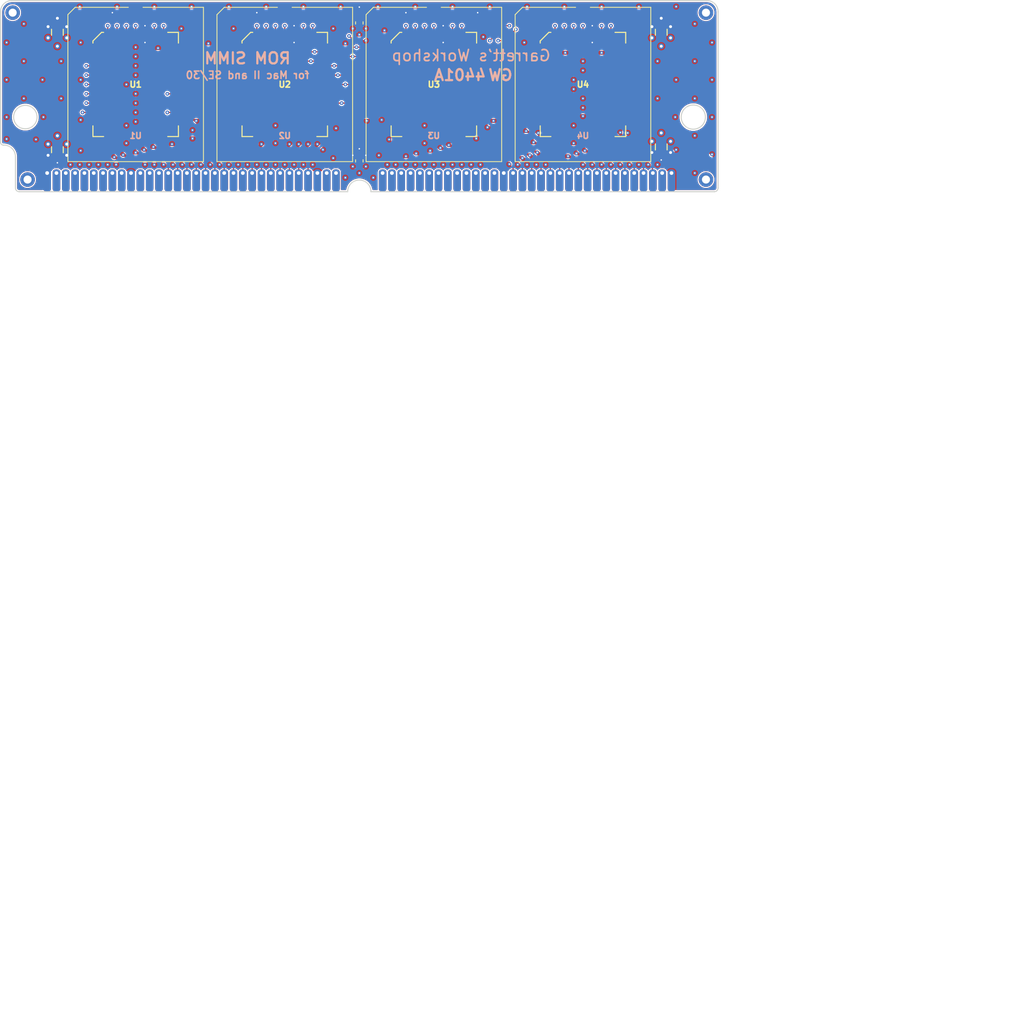
<source format=kicad_pcb>
(kicad_pcb (version 20171130) (host pcbnew "(5.1.5-0-10_14)")
  (layers (0 F.Cu signal) (1 In1.Cu power) (2 In2.Cu signal) (31 B.Cu power) (34 B.Paste user) (35 F.Paste user) (36 B.SilkS user) (37 F.SilkS user) (38 B.Mask user) (39 F.Mask user) (44 Edge.Cuts user))
  (net 0 "")
  (net 1 +5V)
  (net 2 /D0)
  (net 3 /D1)
  (net 4 /~WE~)
  (net 5 /D2)
  (net 6 /D3)
  (net 7 GND)
  (net 8 /D4)
  (net 9 /D5)
  (net 10 /D6)
  (net 11 /A11)
  (net 12 /D7)
  (net 13 /A0)
  (net 14 /A1)
  (net 15 /A2)
  (net 16 /A3)
  (net 17 /A4)
  (net 18 /A5)
  (net 19 /A6)
  (net 20 /A7)
  (net 21 /~CS~)
  (net 22 /~OE~)
  (net 23 /D8)
  (net 24 /D9)
  (net 25 /D10)
  (net 26 /D11)
  (net 27 /D12)
  (net 28 /D13)
  (net 29 /D14)
  (net 30 /D15)
  (net 31 /A8)
  (net 32 /A9)
  (net 33 /A10)
  (net 34 /A12)
  (net 35 /A13)
  (net 36 /A14)
  (net 37 /A15)
  (net 38 /A16)
  (net 39 /A17)
  (net 40 /A18)
  (net 41 /A19)
  (net 42 /A20)
  (net 43 /A21)
  (net 44 /A22)
  (net 45 /D16)
  (net 46 /D17)
  (net 47 /D18)
  (net 48 /D19)
  (net 49 /D20)
  (net 50 /D21)
  (net 51 /D22)
  (net 52 /D23)
  (net 53 /D24)
  (net 54 /D25)
  (net 55 /D26)
  (net 56 /D27)
  (net 57 /D28)
  (net 58 /D29)
  (net 59 /D30)
  (net 60 /D31)
  (net 61 "Net-(J1-Pad63)")
  (module stdpads:MacIIROMSIMM_Edge (layer F.Cu) (at 120.65 127.635)
    (fp_text reference J1 hide)
    (fp_text value ROM)
    (pad 64 thru_hole roundrect (at 42.545 -2.54) (size 1.0414 3.048) (drill 0.508 (offset 0 1.016)) (layers *.Cu *.Mask) (roundrect_rratio 0.4) (net 7 GND))
    (pad 63 thru_hole roundrect (at 41.275 -2.54) (size 1.0414 3.048) (drill 0.508 (offset 0 1.016)) (layers *.Cu *.Mask) (roundrect_rratio 0.4) (net 61 "Net-(J1-Pad63)"))
    (pad 62 thru_hole roundrect (at 40.005 -2.54) (size 1.0414 3.048) (drill 0.508 (offset 0 1.016)) (layers *.Cu *.Mask) (roundrect_rratio 0.4) (net 60 /D31))
    (pad 61 thru_hole roundrect (at 38.735 -2.54) (size 1.0414 3.048) (drill 0.508 (offset 0 1.016)) (layers *.Cu *.Mask) (roundrect_rratio 0.4) (net 59 /D30))
    (pad 60 thru_hole roundrect (at 37.465 -2.54) (size 1.0414 3.048) (drill 0.508 (offset 0 1.016)) (layers *.Cu *.Mask) (roundrect_rratio 0.4) (net 58 /D29))
    (pad 59 thru_hole roundrect (at 36.195 -2.54) (size 1.0414 3.048) (drill 0.508 (offset 0 1.016)) (layers *.Cu *.Mask) (roundrect_rratio 0.4) (net 57 /D28))
    (pad 58 thru_hole roundrect (at 34.925 -2.54) (size 1.0414 3.048) (drill 0.508 (offset 0 1.016)) (layers *.Cu *.Mask) (roundrect_rratio 0.4) (net 56 /D27))
    (pad 57 thru_hole roundrect (at 33.655 -2.54) (size 1.0414 3.048) (drill 0.508 (offset 0 1.016)) (layers *.Cu *.Mask) (roundrect_rratio 0.4) (net 55 /D26))
    (pad 56 thru_hole roundrect (at 32.385 -2.54) (size 1.0414 3.048) (drill 0.508 (offset 0 1.016)) (layers *.Cu *.Mask) (roundrect_rratio 0.4) (net 54 /D25))
    (pad 55 thru_hole roundrect (at 31.115 -2.54) (size 1.0414 3.048) (drill 0.508 (offset 0 1.016)) (layers *.Cu *.Mask) (roundrect_rratio 0.4) (net 53 /D24))
    (pad 54 thru_hole roundrect (at 29.845 -2.54) (size 1.0414 3.048) (drill 0.508 (offset 0 1.016)) (layers *.Cu *.Mask) (roundrect_rratio 0.4) (net 52 /D23))
    (pad 53 thru_hole roundrect (at 28.575 -2.54) (size 1.0414 3.048) (drill 0.508 (offset 0 1.016)) (layers *.Cu *.Mask) (roundrect_rratio 0.4) (net 51 /D22))
    (pad 52 thru_hole roundrect (at 27.305 -2.54) (size 1.0414 3.048) (drill 0.508 (offset 0 1.016)) (layers *.Cu *.Mask) (roundrect_rratio 0.4) (net 50 /D21))
    (pad 51 thru_hole roundrect (at 26.035 -2.54) (size 1.0414 3.048) (drill 0.508 (offset 0 1.016)) (layers *.Cu *.Mask) (roundrect_rratio 0.4) (net 49 /D20))
    (pad 50 thru_hole roundrect (at 24.765 -2.54) (size 1.0414 3.048) (drill 0.508 (offset 0 1.016)) (layers *.Cu *.Mask) (roundrect_rratio 0.4) (net 48 /D19))
    (pad 49 thru_hole roundrect (at 23.495 -2.54) (size 1.0414 3.048) (drill 0.508 (offset 0 1.016)) (layers *.Cu *.Mask) (roundrect_rratio 0.4) (net 47 /D18))
    (pad 48 thru_hole roundrect (at 22.225 -2.54) (size 1.0414 3.048) (drill 0.508 (offset 0 1.016)) (layers *.Cu *.Mask) (roundrect_rratio 0.4) (net 46 /D17))
    (pad 47 thru_hole roundrect (at 20.955 -2.54) (size 1.0414 3.048) (drill 0.508 (offset 0 1.016)) (layers *.Cu *.Mask) (roundrect_rratio 0.4) (net 45 /D16))
    (pad 46 thru_hole roundrect (at 19.685 -2.54) (size 1.0414 3.048) (drill 0.508 (offset 0 1.016)) (layers *.Cu *.Mask) (roundrect_rratio 0.4) (net 1 +5V))
    (pad 45 thru_hole roundrect (at 18.415 -2.54) (size 1.0414 3.048) (drill 0.508 (offset 0 1.016)) (layers *.Cu *.Mask) (roundrect_rratio 0.4) (net 44 /A22))
    (pad 44 thru_hole roundrect (at 17.145 -2.54) (size 1.0414 3.048) (drill 0.508 (offset 0 1.016)) (layers *.Cu *.Mask) (roundrect_rratio 0.4) (net 43 /A21))
    (pad 43 thru_hole roundrect (at 15.875 -2.54) (size 1.0414 3.048) (drill 0.508 (offset 0 1.016)) (layers *.Cu *.Mask) (roundrect_rratio 0.4) (net 42 /A20))
    (pad 42 thru_hole roundrect (at 14.605 -2.54) (size 1.0414 3.048) (drill 0.508 (offset 0 1.016)) (layers *.Cu *.Mask) (roundrect_rratio 0.4) (net 41 /A19))
    (pad 41 thru_hole roundrect (at 13.335 -2.54) (size 1.0414 3.048) (drill 0.508 (offset 0 1.016)) (layers *.Cu *.Mask) (roundrect_rratio 0.4) (net 40 /A18))
    (pad 40 thru_hole roundrect (at 12.065 -2.54) (size 1.0414 3.048) (drill 0.508 (offset 0 1.016)) (layers *.Cu *.Mask) (roundrect_rratio 0.4) (net 39 /A17))
    (pad 39 thru_hole roundrect (at 10.795 -2.54) (size 1.0414 3.048) (drill 0.508 (offset 0 1.016)) (layers *.Cu *.Mask) (roundrect_rratio 0.4) (net 38 /A16))
    (pad 38 thru_hole roundrect (at 9.525 -2.54) (size 1.0414 3.048) (drill 0.508 (offset 0 1.016)) (layers *.Cu *.Mask) (roundrect_rratio 0.4) (net 37 /A15))
    (pad 37 thru_hole roundrect (at 8.255 -2.54) (size 1.0414 3.048) (drill 0.508 (offset 0 1.016)) (layers *.Cu *.Mask) (roundrect_rratio 0.4) (net 36 /A14))
    (pad 36 thru_hole roundrect (at 6.985 -2.54) (size 1.0414 3.048) (drill 0.508 (offset 0 1.016)) (layers *.Cu *.Mask) (roundrect_rratio 0.4) (net 35 /A13))
    (pad 35 thru_hole roundrect (at 5.715 -2.54) (size 1.0414 3.048) (drill 0.508 (offset 0 1.016)) (layers *.Cu *.Mask) (roundrect_rratio 0.4) (net 34 /A12))
    (pad 34 thru_hole roundrect (at 4.445 -2.54) (size 1.0414 3.048) (drill 0.508 (offset 0 1.016)) (layers *.Cu *.Mask) (roundrect_rratio 0.4) (net 11 /A11))
    (pad 33 thru_hole roundrect (at 3.175 -2.54) (size 1.0414 3.048) (drill 0.508 (offset 0 1.016)) (layers *.Cu *.Mask) (roundrect_rratio 0.4) (net 33 /A10))
    (pad 32 thru_hole roundrect (at -3.175 -2.54) (size 1.0414 3.048) (drill 0.508 (offset 0 1.016)) (layers *.Cu *.Mask) (roundrect_rratio 0.4) (net 32 /A9))
    (pad 31 thru_hole roundrect (at -4.445 -2.54) (size 1.0414 3.048) (drill 0.508 (offset 0 1.016)) (layers *.Cu *.Mask) (roundrect_rratio 0.4) (net 31 /A8))
    (pad 30 thru_hole roundrect (at -5.715 -2.54) (size 1.0414 3.048) (drill 0.508 (offset 0 1.016)) (layers *.Cu *.Mask) (roundrect_rratio 0.4) (net 7 GND))
    (pad 29 thru_hole roundrect (at -6.985 -2.54) (size 1.0414 3.048) (drill 0.508 (offset 0 1.016)) (layers *.Cu *.Mask) (roundrect_rratio 0.4) (net 30 /D15))
    (pad 28 thru_hole roundrect (at -8.255 -2.54) (size 1.0414 3.048) (drill 0.508 (offset 0 1.016)) (layers *.Cu *.Mask) (roundrect_rratio 0.4) (net 29 /D14))
    (pad 27 thru_hole roundrect (at -9.525 -2.54) (size 1.0414 3.048) (drill 0.508 (offset 0 1.016)) (layers *.Cu *.Mask) (roundrect_rratio 0.4) (net 28 /D13))
    (pad 26 thru_hole roundrect (at -10.795 -2.54) (size 1.0414 3.048) (drill 0.508 (offset 0 1.016)) (layers *.Cu *.Mask) (roundrect_rratio 0.4) (net 27 /D12))
    (pad 25 thru_hole roundrect (at -12.065 -2.54) (size 1.0414 3.048) (drill 0.508 (offset 0 1.016)) (layers *.Cu *.Mask) (roundrect_rratio 0.4) (net 26 /D11))
    (pad 24 thru_hole roundrect (at -13.335 -2.54) (size 1.0414 3.048) (drill 0.508 (offset 0 1.016)) (layers *.Cu *.Mask) (roundrect_rratio 0.4) (net 25 /D10))
    (pad 23 thru_hole roundrect (at -14.605 -2.54) (size 1.0414 3.048) (drill 0.508 (offset 0 1.016)) (layers *.Cu *.Mask) (roundrect_rratio 0.4) (net 24 /D9))
    (pad 22 thru_hole roundrect (at -15.875 -2.54) (size 1.0414 3.048) (drill 0.508 (offset 0 1.016)) (layers *.Cu *.Mask) (roundrect_rratio 0.4) (net 23 /D8))
    (pad 21 thru_hole roundrect (at -17.145 -2.54) (size 1.0414 3.048) (drill 0.508 (offset 0 1.016)) (layers *.Cu *.Mask) (roundrect_rratio 0.4) (net 12 /D7))
    (pad 20 thru_hole roundrect (at -18.415 -2.54) (size 1.0414 3.048) (drill 0.508 (offset 0 1.016)) (layers *.Cu *.Mask) (roundrect_rratio 0.4) (net 10 /D6))
    (pad 19 thru_hole roundrect (at -19.685 -2.54) (size 1.0414 3.048) (drill 0.508 (offset 0 1.016)) (layers *.Cu *.Mask) (roundrect_rratio 0.4) (net 9 /D5))
    (pad 18 thru_hole roundrect (at -20.955 -2.54) (size 1.0414 3.048) (drill 0.508 (offset 0 1.016)) (layers *.Cu *.Mask) (roundrect_rratio 0.4) (net 8 /D4))
    (pad 17 thru_hole roundrect (at -22.225 -2.54) (size 1.0414 3.048) (drill 0.508 (offset 0 1.016)) (layers *.Cu *.Mask) (roundrect_rratio 0.4) (net 6 /D3))
    (pad 16 thru_hole roundrect (at -23.495 -2.54) (size 1.0414 3.048) (drill 0.508 (offset 0 1.016)) (layers *.Cu *.Mask) (roundrect_rratio 0.4) (net 5 /D2))
    (pad 15 thru_hole roundrect (at -24.765 -2.54) (size 1.0414 3.048) (drill 0.508 (offset 0 1.016)) (layers *.Cu *.Mask) (roundrect_rratio 0.4) (net 3 /D1))
    (pad 14 thru_hole roundrect (at -26.035 -2.54) (size 1.0414 3.048) (drill 0.508 (offset 0 1.016)) (layers *.Cu *.Mask) (roundrect_rratio 0.4) (net 2 /D0))
    (pad 13 thru_hole roundrect (at -27.305 -2.54) (size 1.0414 3.048) (drill 0.508 (offset 0 1.016)) (layers *.Cu *.Mask) (roundrect_rratio 0.4) (net 4 /~WE~))
    (pad 12 thru_hole roundrect (at -28.575 -2.54) (size 1.0414 3.048) (drill 0.508 (offset 0 1.016)) (layers *.Cu *.Mask) (roundrect_rratio 0.4) (net 22 /~OE~))
    (pad 11 thru_hole roundrect (at -29.845 -2.54) (size 1.0414 3.048) (drill 0.508 (offset 0 1.016)) (layers *.Cu *.Mask) (roundrect_rratio 0.4) (net 21 /~CS~))
    (pad 10 thru_hole roundrect (at -31.115 -2.54) (size 1.0414 3.048) (drill 0.508 (offset 0 1.016)) (layers *.Cu *.Mask) (roundrect_rratio 0.4) (net 7 GND))
    (pad 9 thru_hole roundrect (at -32.385 -2.54) (size 1.0414 3.048) (drill 0.508 (offset 0 1.016)) (layers *.Cu *.Mask) (roundrect_rratio 0.4) (net 20 /A7))
    (pad 8 thru_hole roundrect (at -33.655 -2.54) (size 1.0414 3.048) (drill 0.508 (offset 0 1.016)) (layers *.Cu *.Mask) (roundrect_rratio 0.4) (net 19 /A6))
    (pad 7 thru_hole roundrect (at -34.925 -2.54) (size 1.0414 3.048) (drill 0.508 (offset 0 1.016)) (layers *.Cu *.Mask) (roundrect_rratio 0.4) (net 18 /A5))
    (pad 6 thru_hole roundrect (at -36.195 -2.54) (size 1.0414 3.048) (drill 0.508 (offset 0 1.016)) (layers *.Cu *.Mask) (roundrect_rratio 0.4) (net 17 /A4))
    (pad 5 thru_hole roundrect (at -37.465 -2.54) (size 1.0414 3.048) (drill 0.508 (offset 0 1.016)) (layers *.Cu *.Mask) (roundrect_rratio 0.4) (net 16 /A3))
    (pad 4 thru_hole roundrect (at -38.735 -2.54) (size 1.0414 3.048) (drill 0.508 (offset 0 1.016)) (layers *.Cu *.Mask) (roundrect_rratio 0.4) (net 15 /A2))
    (pad 3 thru_hole roundrect (at -40.005 -2.54) (size 1.0414 3.048) (drill 0.508 (offset 0 1.016)) (layers *.Cu *.Mask) (roundrect_rratio 0.4) (net 14 /A1))
    (pad 2 thru_hole roundrect (at -41.275 -2.54) (size 1.0414 3.048) (drill 0.508 (offset 0 1.016)) (layers *.Cu *.Mask) (roundrect_rratio 0.4) (net 13 /A0))
    (pad 1 thru_hole roundrect (at -42.545 -2.54) (size 1.0414 3.048) (drill 0.508 (offset 0 1.016)) (layers *.Cu *.Mask) (roundrect_rratio 0.4) (net 1 +5V))
  )
  (module stdpads:PasteHole_1.1mm_PTH (layer F.Cu) (at 167.894 103.251)
    (fp_text reference H4)
    (fp_text value " " hide)
    (pad 1 thru_hole circle (at 0 0) (size 2 2) (drill 1.1) (layers *.Cu *.Mask))
  )
  (module stdpads:PasteHole_1.1mm_PTH (layer F.Cu) (at 73.406 103.251)
    (fp_text reference H1)
    (fp_text value " " hide)
    (pad 1 thru_hole circle (at 0 0) (size 2 2) (drill 1.1) (layers *.Cu *.Mask))
  )
  (module stdpads:Fiducial (layer F.Cu) (at 75.946 103.251)
    (fp_text reference FID1 hide)
    (fp_text value Fiducial hide)
    (pad ~ smd circle (at 0 0) (size 1 1) (layers F.Cu F.Mask) (clearance 0.575))
  )
  (module stdpads:Fiducial (layer F.Cu) (at 165.354 103.251)
    (fp_text reference FID4 hide)
    (fp_text value Fiducial hide)
    (pad ~ smd circle (at 0 0) (size 1 1) (layers F.Cu F.Mask) (clearance 0.575))
  )
  (module stdpads:Fiducial (layer F.Cu) (at 167.894 123.444)
    (fp_text reference FID3 hide)
    (fp_text value Fiducial hide)
    (pad ~ smd circle (at 0 0) (size 1 1) (layers F.Cu F.Mask) (clearance 0.575))
  )
  (module stdpads:Fiducial (layer F.Cu) (at 75.438 123.444)
    (fp_text reference FID2 hide)
    (fp_text value Fiducial hide)
    (pad ~ smd circle (at 0 0) (size 1 1) (layers F.Cu F.Mask) (clearance 0.575))
  )
  (module stdpads:PasteHole_1.1mm_PTH (layer F.Cu) (at 167.894 125.984)
    (fp_text reference H3)
    (fp_text value " " hide)
    (pad 1 thru_hole circle (at 0 0) (size 2 2) (drill 1.1) (layers *.Cu *.Mask))
  )
  (module stdpads:PasteHole_1.1mm_PTH (layer F.Cu) (at 75.438 125.984)
    (fp_text reference H2)
    (fp_text value " " hide)
    (pad 1 thru_hole circle (at 0 0) (size 2 2) (drill 1.1) (layers *.Cu *.Mask))
  )
  (module "" (layer F.Cu) (at 90.17 113.03)
    (fp_text reference "" (at 120.65 127.635) (layer F.SilkS) (effects (font (size 1.27 1.27))))
    (fp_text value "" (at 120.65 127.635) (layer F.SilkS) (effects (font (size 1.27 1.27))))
    (fp_text user %R (at 120.65 127.635) (layer F.SilkS) (effects (font (size 0.8128 0.8128) (thickness 0.2032))))
  )
  (module stdpads:C_0603 (layer F.Cu) (at 120.65 123.444 270)
    (fp_text reference C5)
    (fp_text value 2u2)
    (pad 1 smd roundrect (at -0.75 0 270) (size 0.85 0.95) (layers F.Cu F.Paste F.Mask) (net 1 +5V))
    (pad 2 smd roundrect (at 0.75 0 270) (size 0.85 0.95) (layers F.Cu F.Paste F.Mask) (net 7 GND))
  )
  (module stdpads:C_0603 (layer F.Cu) (at 120.65 104.648 270)
    (fp_text reference C6)
    (fp_text value 2u2)
    (pad 2 smd roundrect (at 0.75 0 270) (size 0.85 0.95) (layers F.Cu F.Paste F.Mask) (net 7 GND))
    (pad 1 smd roundrect (at -0.75 0 270) (size 0.85 0.95) (layers F.Cu F.Paste F.Mask) (net 1 +5V))
  )
  (module stdpads:PLCC-32_SMDSocket (layer F.Cu) (at 90.17 113.03)
    (fp_text reference U1)
    (fp_text value D31-24)
    (fp_text user %R (at 0 0) (layer F.SilkS) (effects (font (size 0.8128 0.8128) (thickness 0.2032))))
    (pad 1 smd roundrect (at 0 -6.8375) (size 0.6 1.475) (layers F.Cu F.Paste F.Mask) (net 42 /A20))
    (pad 2 smd roundrect (at -1.27 -6.8375) (size 0.6 1.475) (layers F.Cu F.Paste F.Mask) (net 40 /A18))
    (pad 3 smd roundrect (at -2.54 -6.8375) (size 0.6 1.475) (layers F.Cu F.Paste F.Mask) (net 39 /A17))
    (pad 4 smd roundrect (at -3.81 -6.8375) (size 0.6 1.475) (layers F.Cu F.Paste F.Mask) (net 36 /A14))
    (pad 5 smd roundrect (at -5.5625 -5.08) (size 1.475 0.6) (layers F.Cu F.Paste F.Mask) (net 32 /A9))
    (pad 6 smd roundrect (at -5.5625 -3.81) (size 1.475 0.6) (layers F.Cu F.Paste F.Mask) (net 31 /A8))
    (pad 7 smd roundrect (at -5.5625 -2.54) (size 1.475 0.6) (layers F.Cu F.Paste F.Mask) (net 20 /A7))
    (pad 8 smd roundrect (at -5.5625 -1.27) (size 1.475 0.6) (layers F.Cu F.Paste F.Mask) (net 19 /A6))
    (pad 9 smd roundrect (at -5.5625 0) (size 1.475 0.6) (layers F.Cu F.Paste F.Mask) (net 18 /A5))
    (pad 10 smd roundrect (at -5.5625 1.27) (size 1.475 0.6) (layers F.Cu F.Paste F.Mask) (net 17 /A4))
    (pad 11 smd roundrect (at -5.5625 2.54) (size 1.475 0.6) (layers F.Cu F.Paste F.Mask) (net 16 /A3))
    (pad 12 smd roundrect (at -5.5625 3.81) (size 1.475 0.6) (layers F.Cu F.Paste F.Mask) (net 15 /A2))
    (pad 13 smd roundrect (at -5.5625 5.08) (size 1.475 0.6) (layers F.Cu F.Paste F.Mask) (net 2 /D0))
    (pad 14 smd roundrect (at -3.81 6.8375) (size 0.6 1.475) (layers F.Cu F.Paste F.Mask) (net 3 /D1))
    (pad 15 smd roundrect (at -2.54 6.8375) (size 0.6 1.475) (layers F.Cu F.Paste F.Mask) (net 5 /D2))
    (pad 16 smd roundrect (at -1.27 6.8375) (size 0.6 1.475) (layers F.Cu F.Paste F.Mask) (net 7 GND))
    (pad 17 smd roundrect (at 0 6.8375) (size 0.6 1.475) (layers F.Cu F.Paste F.Mask) (net 6 /D3))
    (pad 18 smd roundrect (at 1.27 6.8375) (size 0.6 1.475) (layers F.Cu F.Paste F.Mask) (net 8 /D4))
    (pad 19 smd roundrect (at 2.54 6.8375) (size 0.6 1.475) (layers F.Cu F.Paste F.Mask) (net 9 /D5))
    (pad 20 smd roundrect (at 3.81 6.8375) (size 0.6 1.475) (layers F.Cu F.Paste F.Mask) (net 10 /D6))
    (pad 21 smd roundrect (at 5.5625 5.08) (size 1.475 0.6) (layers F.Cu F.Paste F.Mask) (net 12 /D7))
    (pad 22 smd roundrect (at 5.5625 3.81) (size 1.475 0.6) (layers F.Cu F.Paste F.Mask) (net 21 /~CS~))
    (pad 23 smd roundrect (at 5.5625 2.54) (size 1.475 0.6) (layers F.Cu F.Paste F.Mask) (net 34 /A12))
    (pad 24 smd roundrect (at 5.5625 1.27) (size 1.475 0.6) (layers F.Cu F.Paste F.Mask) (net 22 /~OE~))
    (pad 25 smd roundrect (at 5.5625 0) (size 1.475 0.6) (layers F.Cu F.Paste F.Mask) (net 35 /A13))
    (pad 26 smd roundrect (at 5.5625 -1.27) (size 1.475 0.6) (layers F.Cu F.Paste F.Mask) (net 11 /A11))
    (pad 27 smd roundrect (at 5.5625 -2.54) (size 1.475 0.6) (layers F.Cu F.Paste F.Mask) (net 33 /A10))
    (pad 28 smd roundrect (at 5.5625 -3.81) (size 1.475 0.6) (layers F.Cu F.Paste F.Mask) (net 37 /A15))
    (pad 29 smd roundrect (at 5.5625 -5.08) (size 1.475 0.6) (layers F.Cu F.Paste F.Mask) (net 38 /A16))
    (pad 30 smd roundrect (at 3.81 -6.8375) (size 0.6 1.475) (layers F.Cu F.Paste F.Mask) (net 41 /A19))
    (pad 31 smd roundrect (at 2.54 -6.8375) (size 0.6 1.475) (layers F.Cu F.Paste F.Mask) (net 4 /~WE~))
    (pad 32 smd roundrect (at 1.27 -6.8375) (size 0.6 1.475) (layers F.Cu F.Paste F.Mask) (net 1 +5V))
  )
  (module stdpads:PLCC-32_SMDSocket (layer F.Cu) (at 130.81 113.03)
    (fp_text reference U3)
    (fp_text value D15-8)
    (fp_text user %R (at 0 0) (layer F.SilkS) (effects (font (size 0.8128 0.8128) (thickness 0.2032))))
    (pad 1 smd roundrect (at 0 -6.8375) (size 0.6 1.475) (layers F.Cu F.Paste F.Mask) (net 42 /A20))
    (pad 2 smd roundrect (at -1.27 -6.8375) (size 0.6 1.475) (layers F.Cu F.Paste F.Mask) (net 40 /A18))
    (pad 3 smd roundrect (at -2.54 -6.8375) (size 0.6 1.475) (layers F.Cu F.Paste F.Mask) (net 39 /A17))
    (pad 4 smd roundrect (at -3.81 -6.8375) (size 0.6 1.475) (layers F.Cu F.Paste F.Mask) (net 36 /A14))
    (pad 5 smd roundrect (at -5.5625 -5.08) (size 1.475 0.6) (layers F.Cu F.Paste F.Mask) (net 32 /A9))
    (pad 6 smd roundrect (at -5.5625 -3.81) (size 1.475 0.6) (layers F.Cu F.Paste F.Mask) (net 31 /A8))
    (pad 7 smd roundrect (at -5.5625 -2.54) (size 1.475 0.6) (layers F.Cu F.Paste F.Mask) (net 20 /A7))
    (pad 8 smd roundrect (at -5.5625 -1.27) (size 1.475 0.6) (layers F.Cu F.Paste F.Mask) (net 19 /A6))
    (pad 9 smd roundrect (at -5.5625 0) (size 1.475 0.6) (layers F.Cu F.Paste F.Mask) (net 18 /A5))
    (pad 10 smd roundrect (at -5.5625 1.27) (size 1.475 0.6) (layers F.Cu F.Paste F.Mask) (net 17 /A4))
    (pad 11 smd roundrect (at -5.5625 2.54) (size 1.475 0.6) (layers F.Cu F.Paste F.Mask) (net 16 /A3))
    (pad 12 smd roundrect (at -5.5625 3.81) (size 1.475 0.6) (layers F.Cu F.Paste F.Mask) (net 15 /A2))
    (pad 13 smd roundrect (at -5.5625 5.08) (size 1.475 0.6) (layers F.Cu F.Paste F.Mask) (net 45 /D16))
    (pad 14 smd roundrect (at -3.81 6.8375) (size 0.6 1.475) (layers F.Cu F.Paste F.Mask) (net 46 /D17))
    (pad 15 smd roundrect (at -2.54 6.8375) (size 0.6 1.475) (layers F.Cu F.Paste F.Mask) (net 47 /D18))
    (pad 16 smd roundrect (at -1.27 6.8375) (size 0.6 1.475) (layers F.Cu F.Paste F.Mask) (net 7 GND))
    (pad 17 smd roundrect (at 0 6.8375) (size 0.6 1.475) (layers F.Cu F.Paste F.Mask) (net 48 /D19))
    (pad 18 smd roundrect (at 1.27 6.8375) (size 0.6 1.475) (layers F.Cu F.Paste F.Mask) (net 49 /D20))
    (pad 19 smd roundrect (at 2.54 6.8375) (size 0.6 1.475) (layers F.Cu F.Paste F.Mask) (net 50 /D21))
    (pad 20 smd roundrect (at 3.81 6.8375) (size 0.6 1.475) (layers F.Cu F.Paste F.Mask) (net 51 /D22))
    (pad 21 smd roundrect (at 5.5625 5.08) (size 1.475 0.6) (layers F.Cu F.Paste F.Mask) (net 52 /D23))
    (pad 22 smd roundrect (at 5.5625 3.81) (size 1.475 0.6) (layers F.Cu F.Paste F.Mask) (net 21 /~CS~))
    (pad 23 smd roundrect (at 5.5625 2.54) (size 1.475 0.6) (layers F.Cu F.Paste F.Mask) (net 34 /A12))
    (pad 24 smd roundrect (at 5.5625 1.27) (size 1.475 0.6) (layers F.Cu F.Paste F.Mask) (net 22 /~OE~))
    (pad 25 smd roundrect (at 5.5625 0) (size 1.475 0.6) (layers F.Cu F.Paste F.Mask) (net 35 /A13))
    (pad 26 smd roundrect (at 5.5625 -1.27) (size 1.475 0.6) (layers F.Cu F.Paste F.Mask) (net 11 /A11))
    (pad 27 smd roundrect (at 5.5625 -2.54) (size 1.475 0.6) (layers F.Cu F.Paste F.Mask) (net 33 /A10))
    (pad 28 smd roundrect (at 5.5625 -3.81) (size 1.475 0.6) (layers F.Cu F.Paste F.Mask) (net 37 /A15))
    (pad 29 smd roundrect (at 5.5625 -5.08) (size 1.475 0.6) (layers F.Cu F.Paste F.Mask) (net 38 /A16))
    (pad 30 smd roundrect (at 3.81 -6.8375) (size 0.6 1.475) (layers F.Cu F.Paste F.Mask) (net 41 /A19))
    (pad 31 smd roundrect (at 2.54 -6.8375) (size 0.6 1.475) (layers F.Cu F.Paste F.Mask) (net 4 /~WE~))
    (pad 32 smd roundrect (at 1.27 -6.8375) (size 0.6 1.475) (layers F.Cu F.Paste F.Mask) (net 1 +5V))
  )
  (module stdpads:PLCC-32_SMDSocket (layer F.Cu) (at 151.13 113.03)
    (fp_text reference U4)
    (fp_text value D7-0)
    (fp_text user %R (at 0 0) (layer F.SilkS) (effects (font (size 0.8128 0.8128) (thickness 0.2032))))
    (pad 32 smd roundrect (at 1.27 -6.8375) (size 0.6 1.475) (layers F.Cu F.Paste F.Mask) (net 1 +5V))
    (pad 31 smd roundrect (at 2.54 -6.8375) (size 0.6 1.475) (layers F.Cu F.Paste F.Mask) (net 4 /~WE~))
    (pad 30 smd roundrect (at 3.81 -6.8375) (size 0.6 1.475) (layers F.Cu F.Paste F.Mask) (net 41 /A19))
    (pad 29 smd roundrect (at 5.5625 -5.08) (size 1.475 0.6) (layers F.Cu F.Paste F.Mask) (net 38 /A16))
    (pad 28 smd roundrect (at 5.5625 -3.81) (size 1.475 0.6) (layers F.Cu F.Paste F.Mask) (net 37 /A15))
    (pad 27 smd roundrect (at 5.5625 -2.54) (size 1.475 0.6) (layers F.Cu F.Paste F.Mask) (net 33 /A10))
    (pad 26 smd roundrect (at 5.5625 -1.27) (size 1.475 0.6) (layers F.Cu F.Paste F.Mask) (net 11 /A11))
    (pad 25 smd roundrect (at 5.5625 0) (size 1.475 0.6) (layers F.Cu F.Paste F.Mask) (net 35 /A13))
    (pad 24 smd roundrect (at 5.5625 1.27) (size 1.475 0.6) (layers F.Cu F.Paste F.Mask) (net 22 /~OE~))
    (pad 23 smd roundrect (at 5.5625 2.54) (size 1.475 0.6) (layers F.Cu F.Paste F.Mask) (net 34 /A12))
    (pad 22 smd roundrect (at 5.5625 3.81) (size 1.475 0.6) (layers F.Cu F.Paste F.Mask) (net 21 /~CS~))
    (pad 21 smd roundrect (at 5.5625 5.08) (size 1.475 0.6) (layers F.Cu F.Paste F.Mask) (net 60 /D31))
    (pad 20 smd roundrect (at 3.81 6.8375) (size 0.6 1.475) (layers F.Cu F.Paste F.Mask) (net 59 /D30))
    (pad 19 smd roundrect (at 2.54 6.8375) (size 0.6 1.475) (layers F.Cu F.Paste F.Mask) (net 58 /D29))
    (pad 18 smd roundrect (at 1.27 6.8375) (size 0.6 1.475) (layers F.Cu F.Paste F.Mask) (net 57 /D28))
    (pad 17 smd roundrect (at 0 6.8375) (size 0.6 1.475) (layers F.Cu F.Paste F.Mask) (net 56 /D27))
    (pad 16 smd roundrect (at -1.27 6.8375) (size 0.6 1.475) (layers F.Cu F.Paste F.Mask) (net 7 GND))
    (pad 15 smd roundrect (at -2.54 6.8375) (size 0.6 1.475) (layers F.Cu F.Paste F.Mask) (net 55 /D26))
    (pad 14 smd roundrect (at -3.81 6.8375) (size 0.6 1.475) (layers F.Cu F.Paste F.Mask) (net 54 /D25))
    (pad 13 smd roundrect (at -5.5625 5.08) (size 1.475 0.6) (layers F.Cu F.Paste F.Mask) (net 53 /D24))
    (pad 12 smd roundrect (at -5.5625 3.81) (size 1.475 0.6) (layers F.Cu F.Paste F.Mask) (net 15 /A2))
    (pad 11 smd roundrect (at -5.5625 2.54) (size 1.475 0.6) (layers F.Cu F.Paste F.Mask) (net 16 /A3))
    (pad 10 smd roundrect (at -5.5625 1.27) (size 1.475 0.6) (layers F.Cu F.Paste F.Mask) (net 17 /A4))
    (pad 9 smd roundrect (at -5.5625 0) (size 1.475 0.6) (layers F.Cu F.Paste F.Mask) (net 18 /A5))
    (pad 8 smd roundrect (at -5.5625 -1.27) (size 1.475 0.6) (layers F.Cu F.Paste F.Mask) (net 19 /A6))
    (pad 7 smd roundrect (at -5.5625 -2.54) (size 1.475 0.6) (layers F.Cu F.Paste F.Mask) (net 20 /A7))
    (pad 6 smd roundrect (at -5.5625 -3.81) (size 1.475 0.6) (layers F.Cu F.Paste F.Mask) (net 31 /A8))
    (pad 5 smd roundrect (at -5.5625 -5.08) (size 1.475 0.6) (layers F.Cu F.Paste F.Mask) (net 32 /A9))
    (pad 4 smd roundrect (at -3.81 -6.8375) (size 0.6 1.475) (layers F.Cu F.Paste F.Mask) (net 36 /A14))
    (pad 3 smd roundrect (at -2.54 -6.8375) (size 0.6 1.475) (layers F.Cu F.Paste F.Mask) (net 39 /A17))
    (pad 2 smd roundrect (at -1.27 -6.8375) (size 0.6 1.475) (layers F.Cu F.Paste F.Mask) (net 40 /A18))
    (pad 1 smd roundrect (at 0 -6.8375) (size 0.6 1.475) (layers F.Cu F.Paste F.Mask) (net 42 /A20))
  )
  (module stdpads:PLCC-32_SMDSocket (layer F.Cu) (at 110.49 113.03)
    (fp_text reference U2)
    (fp_text value D23-16)
    (fp_text user %R (at 0 0) (layer F.SilkS) (effects (font (size 0.8128 0.8128) (thickness 0.2032))))
    (pad 32 smd roundrect (at 1.27 -6.8375) (size 0.6 1.475) (layers F.Cu F.Paste F.Mask) (net 1 +5V))
    (pad 31 smd roundrect (at 2.54 -6.8375) (size 0.6 1.475) (layers F.Cu F.Paste F.Mask) (net 4 /~WE~))
    (pad 30 smd roundrect (at 3.81 -6.8375) (size 0.6 1.475) (layers F.Cu F.Paste F.Mask) (net 41 /A19))
    (pad 29 smd roundrect (at 5.5625 -5.08) (size 1.475 0.6) (layers F.Cu F.Paste F.Mask) (net 38 /A16))
    (pad 28 smd roundrect (at 5.5625 -3.81) (size 1.475 0.6) (layers F.Cu F.Paste F.Mask) (net 37 /A15))
    (pad 27 smd roundrect (at 5.5625 -2.54) (size 1.475 0.6) (layers F.Cu F.Paste F.Mask) (net 33 /A10))
    (pad 26 smd roundrect (at 5.5625 -1.27) (size 1.475 0.6) (layers F.Cu F.Paste F.Mask) (net 11 /A11))
    (pad 25 smd roundrect (at 5.5625 0) (size 1.475 0.6) (layers F.Cu F.Paste F.Mask) (net 35 /A13))
    (pad 24 smd roundrect (at 5.5625 1.27) (size 1.475 0.6) (layers F.Cu F.Paste F.Mask) (net 22 /~OE~))
    (pad 23 smd roundrect (at 5.5625 2.54) (size 1.475 0.6) (layers F.Cu F.Paste F.Mask) (net 34 /A12))
    (pad 22 smd roundrect (at 5.5625 3.81) (size 1.475 0.6) (layers F.Cu F.Paste F.Mask) (net 21 /~CS~))
    (pad 21 smd roundrect (at 5.5625 5.08) (size 1.475 0.6) (layers F.Cu F.Paste F.Mask) (net 30 /D15))
    (pad 20 smd roundrect (at 3.81 6.8375) (size 0.6 1.475) (layers F.Cu F.Paste F.Mask) (net 29 /D14))
    (pad 19 smd roundrect (at 2.54 6.8375) (size 0.6 1.475) (layers F.Cu F.Paste F.Mask) (net 28 /D13))
    (pad 18 smd roundrect (at 1.27 6.8375) (size 0.6 1.475) (layers F.Cu F.Paste F.Mask) (net 27 /D12))
    (pad 17 smd roundrect (at 0 6.8375) (size 0.6 1.475) (layers F.Cu F.Paste F.Mask) (net 26 /D11))
    (pad 16 smd roundrect (at -1.27 6.8375) (size 0.6 1.475) (layers F.Cu F.Paste F.Mask) (net 7 GND))
    (pad 15 smd roundrect (at -2.54 6.8375) (size 0.6 1.475) (layers F.Cu F.Paste F.Mask) (net 25 /D10))
    (pad 14 smd roundrect (at -3.81 6.8375) (size 0.6 1.475) (layers F.Cu F.Paste F.Mask) (net 24 /D9))
    (pad 13 smd roundrect (at -5.5625 5.08) (size 1.475 0.6) (layers F.Cu F.Paste F.Mask) (net 23 /D8))
    (pad 12 smd roundrect (at -5.5625 3.81) (size 1.475 0.6) (layers F.Cu F.Paste F.Mask) (net 15 /A2))
    (pad 11 smd roundrect (at -5.5625 2.54) (size 1.475 0.6) (layers F.Cu F.Paste F.Mask) (net 16 /A3))
    (pad 10 smd roundrect (at -5.5625 1.27) (size 1.475 0.6) (layers F.Cu F.Paste F.Mask) (net 17 /A4))
    (pad 9 smd roundrect (at -5.5625 0) (size 1.475 0.6) (layers F.Cu F.Paste F.Mask) (net 18 /A5))
    (pad 8 smd roundrect (at -5.5625 -1.27) (size 1.475 0.6) (layers F.Cu F.Paste F.Mask) (net 19 /A6))
    (pad 7 smd roundrect (at -5.5625 -2.54) (size 1.475 0.6) (layers F.Cu F.Paste F.Mask) (net 20 /A7))
    (pad 6 smd roundrect (at -5.5625 -3.81) (size 1.475 0.6) (layers F.Cu F.Paste F.Mask) (net 31 /A8))
    (pad 5 smd roundrect (at -5.5625 -5.08) (size 1.475 0.6) (layers F.Cu F.Paste F.Mask) (net 32 /A9))
    (pad 4 smd roundrect (at -3.81 -6.8375) (size 0.6 1.475) (layers F.Cu F.Paste F.Mask) (net 36 /A14))
    (pad 3 smd roundrect (at -2.54 -6.8375) (size 0.6 1.475) (layers F.Cu F.Paste F.Mask) (net 39 /A17))
    (pad 2 smd roundrect (at -1.27 -6.8375) (size 0.6 1.475) (layers F.Cu F.Paste F.Mask) (net 40 /A18))
    (pad 1 smd roundrect (at 0 -6.8375) (size 0.6 1.475) (layers F.Cu F.Paste F.Mask) (net 42 /A20))
  )
  (module stdpads:C_0805 (layer F.Cu) (at 79.502 121.92 90)
    (fp_text reference C2)
    (fp_text value 10u)
    (pad 1 smd roundrect (at -0.85 0 90) (size 1.05 1.4) (layers F.Cu F.Paste F.Mask) (net 1 +5V))
    (pad 2 smd roundrect (at 0.85 0 90) (size 1.05 1.4) (layers F.Cu F.Paste F.Mask) (net 7 GND))
  )
  (module stdpads:C_0805 (layer F.Cu) (at 79.502 105.918 270)
    (fp_text reference C1)
    (fp_text value 10u)
    (pad 2 smd roundrect (at 0.85 0 270) (size 1.05 1.4) (layers F.Cu F.Paste F.Mask) (net 7 GND))
    (pad 1 smd roundrect (at -0.85 0 270) (size 1.05 1.4) (layers F.Cu F.Paste F.Mask) (net 1 +5V))
  )
  (module stdpads:C_0805 (layer F.Cu) (at 161.798 105.918 270)
    (fp_text reference C3)
    (fp_text value 10u)
    (pad 1 smd roundrect (at -0.85 0 270) (size 1.05 1.4) (layers F.Cu F.Paste F.Mask) (net 1 +5V))
    (pad 2 smd roundrect (at 0.85 0 270) (size 1.05 1.4) (layers F.Cu F.Paste F.Mask) (net 7 GND))
  )
  (module stdpads:C_0805 (layer F.Cu) (at 161.798 121.539 90)
    (fp_text reference C4)
    (fp_text value 10u)
    (pad 2 smd roundrect (at 0.85 0 90) (size 1.05 1.4) (layers F.Cu F.Paste F.Mask) (net 7 GND))
    (pad 1 smd roundrect (at -0.85 0 90) (size 1.05 1.4) (layers F.Cu F.Paste F.Mask) (net 1 +5V))
  )
  (gr_line (start 169.545 127.127) (end 169.545 103.124) (layer Edge.Cuts) (width 0.15))
  (gr_line (start 73.787 122.8725) (end 73.787 127.127) (layer Edge.Cuts) (width 0.15))
  (gr_arc (start 168.021 103.124) (end 169.545 103.124) (angle -90) (layer Edge.Cuts) (width 0.15))
  (gr_arc (start 73.279 103.124) (end 73.279 101.6) (angle -90) (layer Edge.Cuts) (width 0.15))
  (gr_arc (start 74.295 127.127) (end 73.787 127.127) (angle -90) (layer Edge.Cuts) (width 0.15))
  (gr_arc (start 72.136 120.904) (end 71.755 120.904) (angle -90) (layer Edge.Cuts) (width 0.15))
  (gr_line (start 72.136 121.285) (end 72.1995 121.285) (layer Edge.Cuts) (width 0.15))
  (gr_arc (start 169.037 127.127) (end 169.037 127.635) (angle -90) (layer Edge.Cuts) (width 0.15))
  (gr_circle (center 75.1332 117.475) (end 76.7332 117.475) (layer Edge.Cuts) (width 0.15))
  (gr_circle (center 166.1668 117.475) (end 167.8178 117.475) (layer Edge.Cuts) (width 0.15))
  (gr_text U4 (at 151.13 120.015) (layer B.SilkS) (effects (font (size 0.8128 0.8128) (thickness 0.2032)) (justify mirror)))
  (gr_text U3 (at 130.81 120.015) (layer B.SilkS) (effects (font (size 0.8128 0.8128) (thickness 0.2032)) (justify mirror)))
  (gr_text U2 (at 110.49 120.015) (layer B.SilkS) (effects (font (size 0.8128 0.8128) (thickness 0.2032)) (justify mirror)))
  (gr_text U1 (at 90.17 120.015) (layer B.SilkS) (effects (font (size 0.8128 0.8128) (thickness 0.2032)) (justify mirror)))
  (gr_text "ROM SIMM" (at 105.41 109.474) (layer B.SilkS) (effects (font (size 1.524 1.524) (thickness 0.3)) (justify mirror)))
  (gr_text "Garrett’s Workshop" (at 135.89 109.093) (layer B.SilkS) (effects (font (size 1.524 1.524) (thickness 0.225)) (justify mirror)))
  (gr_text GW (at 138.090714 111.76) (layer B.SilkS) (effects (font (size 1.5 1.5) (thickness 0.3)) (justify right mirror)))
  (gr_text "for Mac II and SE/30" (at 105.41 111.76) (layer B.SilkS) (effects (font (size 1.016 1.016) (thickness 0.2032)) (justify mirror)))
  (gr_text 4401A (at 138.070286 111.76) (layer B.SilkS) (effects (font (size 1.5 1.5) (thickness 0.3)) (justify left mirror)))
  (gr_line (start 74.295 127.635) (end 119.0625 127.635) (layer Edge.Cuts) (width 0.15))
  (gr_line (start 122.2375 127.635) (end 169.037 127.635) (layer Edge.Cuts) (width 0.15))
  (gr_line (start 71.755 120.904) (end 71.755 103.124) (layer Edge.Cuts) (width 0.15))
  (gr_arc (start 72.1995 122.8725) (end 73.787 122.8725) (angle -90) (layer Edge.Cuts) (width 0.15))
  (gr_arc (start 120.65 127.635) (end 122.2375 127.635) (angle -180) (layer Edge.Cuts) (width 0.15))
  (gr_line (start 73.279 101.6) (end 168.021 101.6) (layer Edge.Cuts) (width 0.15))
  (via (at 91.44 105.029) (size 0.508) (drill 0.2) (layers F.Cu B.Cu) (net 1))
  (segment (start 91.44 106.1925) (end 91.44 105.029) (width 0.508) (layer F.Cu) (net 1))
  (via (at 91.44 107.315) (size 0.508) (drill 0.2) (layers F.Cu B.Cu) (net 1))
  (segment (start 91.44 106.1925) (end 91.44 107.315) (width 0.508) (layer F.Cu) (net 1))
  (segment (start 111.76 106.1925) (end 111.76 107.315) (width 0.508) (layer F.Cu) (net 1))
  (via (at 111.76 107.315) (size 0.508) (drill 0.2) (layers F.Cu B.Cu) (net 1))
  (segment (start 111.76 106.1925) (end 111.76 105.029) (width 0.508) (layer F.Cu) (net 1))
  (via (at 111.76 105.029) (size 0.508) (drill 0.2) (layers F.Cu B.Cu) (net 1))
  (segment (start 132.08 106.1925) (end 132.08 105.029) (width 0.508) (layer F.Cu) (net 1))
  (via (at 132.08 107.315) (size 0.508) (drill 0.2) (layers F.Cu B.Cu) (net 1))
  (via (at 132.08 105.029) (size 0.508) (drill 0.2) (layers F.Cu B.Cu) (net 1))
  (segment (start 132.08 106.1925) (end 132.08 107.315) (width 0.508) (layer F.Cu) (net 1))
  (via (at 152.4 105.029) (size 0.508) (drill 0.2) (layers F.Cu B.Cu) (net 1))
  (segment (start 152.4 106.1925) (end 152.4 107.315) (width 0.508) (layer F.Cu) (net 1))
  (via (at 152.4 107.315) (size 0.508) (drill 0.2) (layers F.Cu B.Cu) (net 1))
  (segment (start 152.4 106.1925) (end 152.4 105.029) (width 0.508) (layer F.Cu) (net 1))
  (via (at 78.232 122.682) (size 0.8) (drill 0.4) (layers F.Cu B.Cu) (net 1))
  (segment (start 78.32 122.77) (end 78.232 122.682) (width 0.8) (layer F.Cu) (net 1))
  (segment (start 79.502 122.77) (end 78.32 122.77) (width 0.8) (layer F.Cu) (net 1))
  (via (at 80.772 122.682) (size 0.8) (drill 0.4) (layers F.Cu B.Cu) (net 1))
  (segment (start 80.684 122.77) (end 80.772 122.682) (width 0.8) (layer F.Cu) (net 1))
  (segment (start 79.502 122.77) (end 80.684 122.77) (width 0.8) (layer F.Cu) (net 1))
  (via (at 163.068 122.301) (size 0.8) (drill 0.4) (layers F.Cu B.Cu) (net 1))
  (segment (start 162.98 122.389) (end 163.068 122.301) (width 0.8) (layer F.Cu) (net 1))
  (segment (start 161.798 122.389) (end 162.98 122.389) (width 0.8) (layer F.Cu) (net 1))
  (segment (start 78.32 105.068) (end 78.232 105.156) (width 0.8) (layer F.Cu) (net 1))
  (via (at 78.232 105.156) (size 0.8) (drill 0.4) (layers F.Cu B.Cu) (net 1))
  (segment (start 79.502 105.068) (end 78.32 105.068) (width 0.8) (layer F.Cu) (net 1))
  (via (at 80.772 105.156) (size 0.8) (drill 0.4) (layers F.Cu B.Cu) (net 1))
  (segment (start 80.684 105.068) (end 80.772 105.156) (width 0.8) (layer F.Cu) (net 1))
  (segment (start 79.502 105.068) (end 80.684 105.068) (width 0.8) (layer F.Cu) (net 1))
  (segment (start 160.616 105.068) (end 160.528 105.156) (width 0.8) (layer F.Cu) (net 1))
  (via (at 160.528 105.156) (size 0.8) (drill 0.4) (layers F.Cu B.Cu) (net 1))
  (segment (start 161.798 105.068) (end 160.616 105.068) (width 0.8) (layer F.Cu) (net 1))
  (via (at 163.068 105.156) (size 0.8) (drill 0.4) (layers F.Cu B.Cu) (net 1))
  (segment (start 162.98 105.068) (end 163.068 105.156) (width 0.8) (layer F.Cu) (net 1))
  (segment (start 161.798 105.068) (end 162.98 105.068) (width 0.8) (layer F.Cu) (net 1))
  (via (at 161.798 104.013) (size 0.8) (drill 0.4) (layers F.Cu B.Cu) (net 1))
  (segment (start 161.798 105.068) (end 161.798 104.013) (width 0.8) (layer F.Cu) (net 1))
  (via (at 79.502 104.013) (size 0.8) (drill 0.4) (layers F.Cu B.Cu) (net 1))
  (segment (start 79.502 105.068) (end 79.502 104.013) (width 0.8) (layer F.Cu) (net 1))
  (segment (start 91.44 104.648) (end 91.44 105.029) (width 0.762) (layer F.Cu) (net 1))
  (segment (start 79.629 103.886) (end 90.678 103.886) (width 0.762) (layer F.Cu) (net 1))
  (segment (start 90.678 103.886) (end 91.44 104.648) (width 0.762) (layer F.Cu) (net 1))
  (segment (start 79.502 104.013) (end 79.629 103.886) (width 0.762) (layer F.Cu) (net 1))
  (segment (start 91.44 104.648) (end 92.202 103.886) (width 0.762) (layer F.Cu) (net 1))
  (segment (start 92.202 103.886) (end 111.125 103.886) (width 0.762) (layer F.Cu) (net 1))
  (segment (start 111.76 104.521) (end 111.76 105.029) (width 0.762) (layer F.Cu) (net 1))
  (segment (start 111.125 103.886) (end 111.76 104.521) (width 0.762) (layer F.Cu) (net 1))
  (segment (start 111.76 104.521) (end 112.395 103.886) (width 0.762) (layer F.Cu) (net 1))
  (segment (start 132.08 104.648) (end 132.08 105.029) (width 0.762) (layer F.Cu) (net 1))
  (segment (start 131.318 103.886) (end 132.08 104.648) (width 0.762) (layer F.Cu) (net 1))
  (segment (start 152.4 104.648) (end 152.4 105.029) (width 0.762) (layer F.Cu) (net 1))
  (segment (start 132.842 103.886) (end 151.638 103.886) (width 0.762) (layer F.Cu) (net 1))
  (segment (start 132.08 104.648) (end 132.842 103.886) (width 0.762) (layer F.Cu) (net 1))
  (segment (start 151.638 103.886) (end 152.4 104.648) (width 0.762) (layer F.Cu) (net 1))
  (segment (start 90.678 103.886) (end 92.202 103.886) (width 0.762) (layer F.Cu) (net 1))
  (segment (start 112.395 103.886) (end 111.125 103.886) (width 0.762) (layer F.Cu) (net 1))
  (segment (start 131.318 103.886) (end 132.842 103.886) (width 0.762) (layer F.Cu) (net 1))
  (segment (start 152.4 104.648) (end 153.162 103.886) (width 0.762) (layer F.Cu) (net 1))
  (segment (start 161.671 103.886) (end 161.798 104.013) (width 0.762) (layer F.Cu) (net 1))
  (segment (start 153.162 103.886) (end 151.638 103.886) (width 0.762) (layer F.Cu) (net 1))
  (segment (start 82.042 103.886) (end 80.772 105.156) (width 0.8) (layer F.Cu) (net 1))
  (segment (start 90.678 103.886) (end 82.042 103.886) (width 0.8) (layer F.Cu) (net 1))
  (segment (start 80.772 104.394) (end 80.772 105.156) (width 0.8) (layer F.Cu) (net 1))
  (segment (start 80.391 104.013) (end 80.772 104.394) (width 0.8) (layer F.Cu) (net 1))
  (segment (start 159.258 103.886) (end 160.528 105.156) (width 0.8) (layer F.Cu) (net 1))
  (segment (start 153.162 103.886) (end 159.258 103.886) (width 0.8) (layer F.Cu) (net 1))
  (segment (start 160.528 104.394) (end 161.036 103.886) (width 0.8) (layer F.Cu) (net 1))
  (segment (start 160.528 105.156) (end 160.528 104.394) (width 0.8) (layer F.Cu) (net 1))
  (segment (start 161.036 103.886) (end 161.671 103.886) (width 0.762) (layer F.Cu) (net 1))
  (segment (start 153.162 103.886) (end 161.036 103.886) (width 0.762) (layer F.Cu) (net 1))
  (segment (start 92.837 103.251) (end 90.043 103.251) (width 0.8) (layer F.Cu) (net 1))
  (segment (start 90.043 103.251) (end 91.44 104.648) (width 0.8) (layer F.Cu) (net 1))
  (segment (start 91.44 104.648) (end 92.837 103.251) (width 0.8) (layer F.Cu) (net 1))
  (segment (start 113.03 103.251) (end 110.49 103.251) (width 0.8) (layer F.Cu) (net 1))
  (segment (start 110.49 103.251) (end 111.76 104.521) (width 0.8) (layer F.Cu) (net 1))
  (segment (start 110.236 103.251) (end 110.49 103.251) (width 0.8) (layer F.Cu) (net 1))
  (segment (start 111.76 104.521) (end 113.03 103.251) (width 0.8) (layer F.Cu) (net 1))
  (segment (start 130.683 103.251) (end 133.477 103.251) (width 0.8) (layer F.Cu) (net 1))
  (segment (start 151.003 103.251) (end 153.797 103.251) (width 0.8) (layer F.Cu) (net 1))
  (segment (start 161.036 103.251) (end 153.797 103.251) (width 0.8) (layer F.Cu) (net 1))
  (segment (start 153.797 103.251) (end 152.4 104.648) (width 0.8) (layer F.Cu) (net 1))
  (segment (start 161.798 104.013) (end 161.036 103.251) (width 0.8) (layer F.Cu) (net 1))
  (segment (start 151.003 103.251) (end 152.4 104.648) (width 0.8) (layer F.Cu) (net 1))
  (segment (start 132.08 104.648) (end 133.477 103.251) (width 0.8) (layer F.Cu) (net 1))
  (segment (start 150.749 103.251) (end 151.003 103.251) (width 0.8) (layer F.Cu) (net 1))
  (segment (start 133.477 103.251) (end 150.749 103.251) (width 0.8) (layer F.Cu) (net 1))
  (segment (start 130.683 103.251) (end 132.08 104.648) (width 0.8) (layer F.Cu) (net 1))
  (segment (start 86.995 103.251) (end 90.043 103.251) (width 0.8) (layer F.Cu) (net 1))
  (segment (start 80.264 103.251) (end 79.502 104.013) (width 0.8) (layer F.Cu) (net 1))
  (segment (start 86.995 103.251) (end 80.264 103.251) (width 0.8) (layer F.Cu) (net 1))
  (via (at 86.995 103.251) (size 0.508) (drill 0.2) (layers F.Cu B.Cu) (net 1))
  (via (at 106.68 103.251) (size 0.508) (drill 0.2) (layers F.Cu B.Cu) (net 1))
  (segment (start 92.837 103.251) (end 106.68 103.251) (width 0.8) (layer F.Cu) (net 1))
  (segment (start 106.68 103.251) (end 110.236 103.251) (width 0.8) (layer F.Cu) (net 1))
  (via (at 127 103.251) (size 0.508) (drill 0.2) (layers F.Cu B.Cu) (net 1))
  (via (at 136.779 103.251) (size 0.508) (drill 0.2) (layers F.Cu B.Cu) (net 1))
  (segment (start 130.683 103.251) (end 127 103.251) (width 0.8) (layer F.Cu) (net 1))
  (segment (start 120.65 103.898) (end 121.527 103.898) (width 0.8) (layer F.Cu) (net 1))
  (segment (start 122.174 103.251) (end 127 103.251) (width 0.8) (layer F.Cu) (net 1))
  (segment (start 121.527 103.898) (end 122.174 103.251) (width 0.8) (layer F.Cu) (net 1))
  (segment (start 113.284 103.251) (end 113.03 103.251) (width 0.8) (layer F.Cu) (net 1))
  (segment (start 119.138 103.251) (end 113.284 103.251) (width 0.8) (layer F.Cu) (net 1))
  (segment (start 119.785 103.898) (end 119.138 103.251) (width 0.8) (layer F.Cu) (net 1))
  (segment (start 120.65 103.898) (end 119.785 103.898) (width 0.8) (layer F.Cu) (net 1))
  (segment (start 119.138 103.251) (end 119.519 102.87) (width 0.8) (layer F.Cu) (net 1))
  (segment (start 121.793 102.87) (end 122.174 103.251) (width 0.8) (layer F.Cu) (net 1))
  (segment (start 121.793 103.632) (end 121.527 103.898) (width 0.8) (layer F.Cu) (net 1))
  (segment (start 121.793 102.87) (end 121.793 103.632) (width 0.8) (layer F.Cu) (net 1))
  (segment (start 119.519 103.632) (end 119.785 103.898) (width 0.8) (layer F.Cu) (net 1))
  (segment (start 119.519 102.87) (end 119.519 103.632) (width 0.8) (layer F.Cu) (net 1))
  (segment (start 121.285 102.87) (end 121.793 102.87) (width 0.8) (layer F.Cu) (net 1))
  (segment (start 121.285 102.87) (end 121.412 102.87) (width 0.8) (layer F.Cu) (net 1))
  (segment (start 120.015 102.87) (end 119.634 103.251) (width 0.8) (layer F.Cu) (net 1))
  (segment (start 119.519 102.87) (end 120.015 102.87) (width 0.8) (layer F.Cu) (net 1))
  (segment (start 119.634 103.747) (end 119.785 103.898) (width 0.8) (layer F.Cu) (net 1))
  (segment (start 119.634 103.251) (end 119.634 103.747) (width 0.8) (layer F.Cu) (net 1))
  (segment (start 121.285 102.87) (end 121.666 103.251) (width 0.8) (layer F.Cu) (net 1))
  (segment (start 121.666 103.759) (end 121.527 103.898) (width 0.8) (layer F.Cu) (net 1))
  (segment (start 121.666 103.251) (end 121.666 103.759) (width 0.8) (layer F.Cu) (net 1))
  (via (at 160.528 122.301) (size 0.762) (drill 0.381) (layers F.Cu B.Cu) (net 1))
  (segment (start 160.616 122.389) (end 160.528 122.301) (width 0.762) (layer F.Cu) (net 1))
  (segment (start 161.798 122.389) (end 160.616 122.389) (width 0.762) (layer F.Cu) (net 1))
  (via (at 119.761 122.682) (size 0.508) (drill 0.2) (layers F.Cu B.Cu) (net 1))
  (segment (start 119.773 122.694) (end 119.761 122.682) (width 0.508) (layer F.Cu) (net 1))
  (segment (start 120.65 122.694) (end 119.773 122.694) (width 0.508) (layer F.Cu) (net 1))
  (via (at 120.65 121.793) (size 0.508) (drill 0.2) (layers F.Cu B.Cu) (net 1))
  (segment (start 120.65 122.694) (end 120.65 121.793) (width 0.508) (layer F.Cu) (net 1))
  (segment (start 121.527 122.694) (end 121.539 122.682) (width 0.508) (layer F.Cu) (net 1))
  (via (at 121.539 122.682) (size 0.508) (drill 0.2) (layers F.Cu B.Cu) (net 1))
  (segment (start 120.65 122.694) (end 121.527 122.694) (width 0.508) (layer F.Cu) (net 1))
  (via (at 120.65 102.489) (size 0.508) (drill 0.2) (layers F.Cu B.Cu) (net 1))
  (segment (start 120.65 102.87) (end 120.65 102.489) (width 0.508) (layer F.Cu) (net 1))
  (segment (start 120.015 102.87) (end 120.65 102.87) (width 0.8) (layer F.Cu) (net 1))
  (segment (start 120.65 102.87) (end 121.285 102.87) (width 0.8) (layer F.Cu) (net 1))
  (segment (start 119.519 102.87) (end 119.773 102.616) (width 0.8) (layer F.Cu) (net 1))
  (segment (start 121.539 102.616) (end 122.174 103.251) (width 0.8) (layer F.Cu) (net 1))
  (segment (start 119.773 102.616) (end 121.539 102.616) (width 0.8) (layer F.Cu) (net 1))
  (segment (start 161.798 123.317) (end 161.798 122.389) (width 0.508) (layer F.Cu) (net 1))
  (via (at 161.798 123.317) (size 0.508) (drill 0.2) (layers F.Cu B.Cu) (net 1))
  (via (at 79.502 123.698) (size 0.508) (drill 0.2) (layers F.Cu B.Cu) (net 1))
  (segment (start 79.502 122.77) (end 79.502 123.698) (width 0.508) (layer F.Cu) (net 1))
  (segment (start 86.995 123.444) (end 84.6075 121.0565) (width 0.1524) (layer F.Cu) (net 2))
  (segment (start 94.234 123.444) (end 86.995 123.444) (width 0.1524) (layer F.Cu) (net 2))
  (segment (start 84.6075 121.0565) (end 84.6075 118.11) (width 0.1524) (layer F.Cu) (net 2))
  (segment (start 94.615 123.825) (end 94.234 123.444) (width 0.1524) (layer F.Cu) (net 2))
  (segment (start 94.615 125.095) (end 94.615 123.825) (width 0.1524) (layer F.Cu) (net 2))
  (segment (start 95.885 123.825) (end 95.885 125.095) (width 0.1524) (layer F.Cu) (net 3))
  (segment (start 95.1865 123.1265) (end 95.885 123.825) (width 0.1524) (layer F.Cu) (net 3))
  (segment (start 88.2015 123.1265) (end 95.1865 123.1265) (width 0.1524) (layer F.Cu) (net 3))
  (segment (start 86.36 121.285) (end 88.2015 123.1265) (width 0.1524) (layer F.Cu) (net 3))
  (segment (start 86.36 119.8675) (end 86.36 121.285) (width 0.1524) (layer F.Cu) (net 3))
  (segment (start 153.67 106.1925) (end 153.67 105.029) (width 0.1524) (layer F.Cu) (net 4))
  (via (at 153.67 105.029) (size 0.508) (drill 0.2) (layers F.Cu B.Cu) (net 4))
  (via (at 133.35 105.029) (size 0.508) (drill 0.2) (layers F.Cu B.Cu) (net 4))
  (segment (start 133.35 106.1925) (end 133.35 105.029) (width 0.1524) (layer F.Cu) (net 4))
  (via (at 113.03 105.029) (size 0.508) (drill 0.2) (layers F.Cu B.Cu) (net 4))
  (segment (start 113.03 106.1925) (end 113.03 105.029) (width 0.1524) (layer F.Cu) (net 4))
  (via (at 92.71 105.029) (size 0.508) (drill 0.2) (layers F.Cu B.Cu) (net 4))
  (segment (start 92.71 106.1925) (end 92.71 105.029) (width 0.1524) (layer F.Cu) (net 4))
  (segment (start 97.155 123.825) (end 97.155 125.095) (width 0.1524) (layer F.Cu) (net 5))
  (segment (start 96.139 122.809) (end 97.155 123.825) (width 0.1524) (layer F.Cu) (net 5))
  (segment (start 89.408 122.809) (end 96.139 122.809) (width 0.1524) (layer F.Cu) (net 5))
  (segment (start 87.63 121.031) (end 89.408 122.809) (width 0.1524) (layer F.Cu) (net 5))
  (segment (start 87.63 119.8675) (end 87.63 121.031) (width 0.1524) (layer F.Cu) (net 5))
  (segment (start 98.425 123.825) (end 98.425 125.095) (width 0.1524) (layer F.Cu) (net 6))
  (segment (start 97.028 122.428) (end 98.425 123.825) (width 0.1524) (layer F.Cu) (net 6))
  (segment (start 91.059 122.428) (end 97.028 122.428) (width 0.1524) (layer F.Cu) (net 6))
  (segment (start 90.17 121.539) (end 91.059 122.428) (width 0.1524) (layer F.Cu) (net 6))
  (segment (start 90.17 119.8675) (end 90.17 121.539) (width 0.1524) (layer F.Cu) (net 6))
  (via (at 121.539 105.41) (size 0.508) (drill 0.2) (layers F.Cu B.Cu) (net 7))
  (segment (start 121.527 105.398) (end 121.539 105.41) (width 0.508) (layer F.Cu) (net 7))
  (segment (start 120.65 105.398) (end 121.527 105.398) (width 0.508) (layer F.Cu) (net 7))
  (segment (start 119.773 105.398) (end 119.761 105.41) (width 0.508) (layer F.Cu) (net 7))
  (via (at 119.761 105.41) (size 0.508) (drill 0.2) (layers F.Cu B.Cu) (net 7))
  (segment (start 120.65 105.398) (end 119.773 105.398) (width 0.508) (layer F.Cu) (net 7))
  (via (at 88.9 118.618) (size 0.508) (drill 0.2) (layers F.Cu B.Cu) (net 7))
  (segment (start 88.9 119.8675) (end 88.9 118.618) (width 0.508) (layer F.Cu) (net 7))
  (via (at 88.9 121.031) (size 0.508) (drill 0.2) (layers F.Cu B.Cu) (net 7))
  (segment (start 88.9 119.8675) (end 88.9 121.031) (width 0.508) (layer F.Cu) (net 7))
  (via (at 149.86 118.618) (size 0.508) (drill 0.2) (layers F.Cu B.Cu) (net 7))
  (segment (start 149.86 119.8675) (end 149.86 118.618) (width 0.508) (layer F.Cu) (net 7))
  (via (at 149.86 121.031) (size 0.508) (drill 0.2) (layers F.Cu B.Cu) (net 7))
  (segment (start 149.86 119.8675) (end 149.86 121.031) (width 0.508) (layer F.Cu) (net 7))
  (via (at 129.54 118.618) (size 0.508) (drill 0.2) (layers F.Cu B.Cu) (net 7))
  (segment (start 129.54 119.8675) (end 129.54 118.618) (width 0.508) (layer F.Cu) (net 7))
  (via (at 129.54 121.031) (size 0.508) (drill 0.2) (layers F.Cu B.Cu) (net 7))
  (segment (start 129.54 119.8675) (end 129.54 121.031) (width 0.508) (layer F.Cu) (net 7))
  (via (at 109.22 121.031) (size 0.508) (drill 0.2) (layers F.Cu B.Cu) (net 7))
  (segment (start 109.22 119.8675) (end 109.22 121.031) (width 0.508) (layer F.Cu) (net 7))
  (via (at 109.22 118.618) (size 0.508) (drill 0.2) (layers F.Cu B.Cu) (net 7))
  (segment (start 109.22 119.8675) (end 109.22 118.618) (width 0.508) (layer F.Cu) (net 7))
  (via (at 78.232 121.158) (size 0.8) (drill 0.4) (layers F.Cu B.Cu) (net 7))
  (segment (start 78.32 121.07) (end 78.232 121.158) (width 0.8) (layer F.Cu) (net 7))
  (segment (start 79.502 121.07) (end 78.32 121.07) (width 0.8) (layer F.Cu) (net 7))
  (via (at 80.772 121.158) (size 0.8) (drill 0.4) (layers F.Cu B.Cu) (net 7))
  (segment (start 80.684 121.07) (end 80.772 121.158) (width 0.8) (layer F.Cu) (net 7))
  (segment (start 79.502 121.07) (end 80.684 121.07) (width 0.8) (layer F.Cu) (net 7))
  (via (at 160.528 120.777) (size 0.8) (drill 0.4) (layers F.Cu B.Cu) (net 7))
  (segment (start 160.616 120.689) (end 160.528 120.777) (width 0.8) (layer F.Cu) (net 7))
  (segment (start 161.798 120.689) (end 160.616 120.689) (width 0.8) (layer F.Cu) (net 7))
  (via (at 163.068 120.777) (size 0.8) (drill 0.4) (layers F.Cu B.Cu) (net 7))
  (segment (start 162.98 120.689) (end 163.068 120.777) (width 0.8) (layer F.Cu) (net 7))
  (segment (start 161.798 120.689) (end 162.98 120.689) (width 0.8) (layer F.Cu) (net 7))
  (via (at 161.798 119.634) (size 0.8) (drill 0.4) (layers F.Cu B.Cu) (net 7))
  (segment (start 161.798 120.689) (end 161.798 119.634) (width 0.8) (layer F.Cu) (net 7))
  (via (at 79.502 120.015) (size 0.8) (drill 0.4) (layers F.Cu B.Cu) (net 7))
  (segment (start 79.502 121.07) (end 79.502 120.015) (width 0.8) (layer F.Cu) (net 7))
  (via (at 78.232 106.68) (size 0.8) (drill 0.4) (layers F.Cu B.Cu) (net 7))
  (segment (start 78.32 106.768) (end 78.232 106.68) (width 0.8) (layer F.Cu) (net 7))
  (segment (start 79.502 106.768) (end 78.32 106.768) (width 0.8) (layer F.Cu) (net 7))
  (via (at 80.772 106.68) (size 0.8) (drill 0.4) (layers F.Cu B.Cu) (net 7))
  (segment (start 80.684 106.768) (end 80.772 106.68) (width 0.8) (layer F.Cu) (net 7))
  (segment (start 79.502 106.768) (end 80.684 106.768) (width 0.8) (layer F.Cu) (net 7))
  (via (at 79.502 107.823) (size 0.8) (drill 0.4) (layers F.Cu B.Cu) (net 7))
  (segment (start 79.502 106.768) (end 79.502 107.823) (width 0.8) (layer F.Cu) (net 7))
  (via (at 160.528 106.68) (size 0.8) (drill 0.4) (layers F.Cu B.Cu) (net 7))
  (segment (start 160.616 106.768) (end 160.528 106.68) (width 0.8) (layer F.Cu) (net 7))
  (segment (start 161.798 106.768) (end 160.616 106.768) (width 0.8) (layer F.Cu) (net 7))
  (via (at 163.068 106.68) (size 0.8) (drill 0.4) (layers F.Cu B.Cu) (net 7))
  (segment (start 162.98 106.768) (end 163.068 106.68) (width 0.8) (layer F.Cu) (net 7))
  (segment (start 161.798 106.768) (end 162.98 106.768) (width 0.8) (layer F.Cu) (net 7))
  (via (at 161.798 107.823) (size 0.8) (drill 0.4) (layers F.Cu B.Cu) (net 7))
  (segment (start 161.798 106.768) (end 161.798 107.823) (width 0.8) (layer F.Cu) (net 7))
  (via (at 100.076 107.442) (size 0.508) (drill 0.2) (layers F.Cu B.Cu) (net 7))
  (via (at 121.539 107.061) (size 0.508) (drill 0.2) (layers F.Cu B.Cu) (net 7))
  (via (at 143.129 107.315) (size 0.508) (drill 0.2) (layers F.Cu B.Cu) (net 7))
  (via (at 82.55 102.4255) (size 0.508) (drill 0.2) (layers F.Cu B.Cu) (net 7))
  (via (at 87.63 102.4255) (size 0.508) (drill 0.2) (layers F.Cu B.Cu) (net 7))
  (via (at 92.71 102.4255) (size 0.508) (drill 0.2) (layers F.Cu B.Cu) (net 7))
  (via (at 97.79 102.4255) (size 0.508) (drill 0.2) (layers F.Cu B.Cu) (net 7))
  (via (at 148.59 102.4255) (size 0.508) (drill 0.2) (layers F.Cu B.Cu) (net 7))
  (via (at 158.75 102.4255) (size 0.508) (drill 0.2) (layers F.Cu B.Cu) (net 7))
  (via (at 143.51 102.4255) (size 0.508) (drill 0.2) (layers F.Cu B.Cu) (net 7))
  (via (at 163.83 102.4255) (size 0.508) (drill 0.2) (layers F.Cu B.Cu) (net 7))
  (via (at 153.67 102.4255) (size 0.508) (drill 0.2) (layers F.Cu B.Cu) (net 7))
  (via (at 102.87 102.4255) (size 0.508) (drill 0.2) (layers F.Cu B.Cu) (net 7))
  (via (at 107.95 102.4255) (size 0.508) (drill 0.2) (layers F.Cu B.Cu) (net 7))
  (via (at 138.43 102.4255) (size 0.508) (drill 0.2) (layers F.Cu B.Cu) (net 7))
  (via (at 133.35 102.4255) (size 0.508) (drill 0.2) (layers F.Cu B.Cu) (net 7))
  (via (at 128.27 102.4255) (size 0.508) (drill 0.2) (layers F.Cu B.Cu) (net 7))
  (via (at 113.03 102.4255) (size 0.508) (drill 0.2) (layers F.Cu B.Cu) (net 7))
  (via (at 118.11 102.4255) (size 0.508) (drill 0.2) (layers F.Cu B.Cu) (net 7))
  (via (at 123.19 102.4255) (size 0.508) (drill 0.2) (layers F.Cu B.Cu) (net 7))
  (via (at 72.5805 107.315) (size 0.508) (drill 0.2) (layers F.Cu B.Cu) (net 7))
  (via (at 72.5805 112.395) (size 0.508) (drill 0.2) (layers F.Cu B.Cu) (net 7))
  (via (at 72.5805 117.475) (size 0.508) (drill 0.2) (layers F.Cu B.Cu) (net 7))
  (via (at 72.5805 120.4595) (size 0.508) (drill 0.2) (layers F.Cu B.Cu) (net 7))
  (via (at 168.7195 107.315) (size 0.508) (drill 0.2) (layers F.Cu B.Cu) (net 7))
  (via (at 168.7195 112.395) (size 0.508) (drill 0.2) (layers F.Cu B.Cu) (net 7))
  (via (at 168.7195 117.475) (size 0.508) (drill 0.2) (layers F.Cu B.Cu) (net 7))
  (via (at 168.7195 122.555) (size 0.508) (drill 0.2) (layers F.Cu B.Cu) (net 7))
  (via (at 120.65 125.095) (size 0.508) (drill 0.2) (layers F.Cu B.Cu) (net 7))
  (via (at 118.745 125.73) (size 0.508) (drill 0.2) (layers F.Cu B.Cu) (net 7))
  (via (at 122.555 125.73) (size 0.508) (drill 0.2) (layers F.Cu B.Cu) (net 7))
  (via (at 90.17 122.301) (size 0.508) (drill 0.2) (layers F.Cu B.Cu) (net 7))
  (via (at 91.313 121.92) (size 0.508) (drill 0.2) (layers F.Cu B.Cu) (net 7))
  (via (at 92.583 121.539) (size 0.508) (drill 0.2) (layers F.Cu B.Cu) (net 7))
  (via (at 95.123 121.158) (size 0.508) (drill 0.2) (layers F.Cu B.Cu) (net 7))
  (via (at 88.4555 122.6185) (size 0.508) (drill 0.2) (layers F.Cu B.Cu) (net 7))
  (via (at 87.249 122.936) (size 0.508) (drill 0.2) (layers F.Cu B.Cu) (net 7))
  (via (at 97.917 120.396) (size 0.508) (drill 0.2) (layers F.Cu B.Cu) (net 7))
  (via (at 101.6 123.952) (size 0.508) (drill 0.2) (layers F.Cu B.Cu) (net 7))
  (via (at 102.87 123.952) (size 0.508) (drill 0.2) (layers F.Cu B.Cu) (net 7))
  (via (at 104.14 123.952) (size 0.508) (drill 0.2) (layers F.Cu B.Cu) (net 7))
  (via (at 105.41 123.952) (size 0.508) (drill 0.2) (layers F.Cu B.Cu) (net 7))
  (via (at 106.68 123.952) (size 0.508) (drill 0.2) (layers F.Cu B.Cu) (net 7))
  (via (at 107.95 123.952) (size 0.508) (drill 0.2) (layers F.Cu B.Cu) (net 7))
  (via (at 109.22 123.952) (size 0.508) (drill 0.2) (layers F.Cu B.Cu) (net 7))
  (via (at 110.49 123.952) (size 0.508) (drill 0.2) (layers F.Cu B.Cu) (net 7))
  (via (at 111.76 123.952) (size 0.508) (drill 0.2) (layers F.Cu B.Cu) (net 7))
  (via (at 113.03 123.952) (size 0.508) (drill 0.2) (layers F.Cu B.Cu) (net 7))
  (segment (start 89.535 125.095) (end 89.535 124.333) (width 0.8) (layer F.Cu) (net 7))
  (via (at 100.33 123.952) (size 0.508) (drill 0.2) (layers F.Cu B.Cu) (net 7))
  (via (at 99.06 123.952) (size 0.508) (drill 0.2) (layers F.Cu B.Cu) (net 7))
  (via (at 97.79 123.952) (size 0.508) (drill 0.2) (layers F.Cu B.Cu) (net 7))
  (via (at 96.52 123.952) (size 0.508) (drill 0.2) (layers F.Cu B.Cu) (net 7))
  (via (at 95.25 123.952) (size 0.508) (drill 0.2) (layers F.Cu B.Cu) (net 7))
  (via (at 93.98 123.952) (size 0.508) (drill 0.2) (layers F.Cu B.Cu) (net 7))
  (via (at 107.315 121.158) (size 0.508) (drill 0.2) (layers F.Cu B.Cu) (net 7))
  (via (at 111.125 121.158) (size 0.508) (drill 0.2) (layers F.Cu B.Cu) (net 7))
  (via (at 112.395 121.158) (size 0.508) (drill 0.2) (layers F.Cu B.Cu) (net 7))
  (via (at 113.665 121.158) (size 0.508) (drill 0.2) (layers F.Cu B.Cu) (net 7))
  (via (at 157.48 123.952) (size 0.508) (drill 0.2) (layers F.Cu B.Cu) (net 7))
  (via (at 158.75 123.952) (size 0.508) (drill 0.2) (layers F.Cu B.Cu) (net 7))
  (via (at 160.02 123.952) (size 0.508) (drill 0.2) (layers F.Cu B.Cu) (net 7))
  (via (at 161.29 123.952) (size 0.508) (drill 0.2) (layers F.Cu B.Cu) (net 7))
  (via (at 156.21 123.952) (size 0.508) (drill 0.2) (layers F.Cu B.Cu) (net 7))
  (via (at 154.94 123.952) (size 0.508) (drill 0.2) (layers F.Cu B.Cu) (net 7))
  (via (at 153.67 123.952) (size 0.508) (drill 0.2) (layers F.Cu B.Cu) (net 7))
  (via (at 152.4 123.952) (size 0.508) (drill 0.2) (layers F.Cu B.Cu) (net 7))
  (via (at 151.13 123.952) (size 0.508) (drill 0.2) (layers F.Cu B.Cu) (net 7))
  (via (at 141.097 123.8885) (size 0.508) (drill 0.2) (layers F.Cu B.Cu) (net 7))
  (via (at 114.3 123.952) (size 0.508) (drill 0.2) (layers F.Cu B.Cu) (net 7))
  (via (at 144.399 120.904) (size 0.508) (drill 0.2) (layers F.Cu B.Cu) (net 7))
  (via (at 143.383 119.38) (size 0.508) (drill 0.2) (layers F.Cu B.Cu) (net 7))
  (via (at 138.938 117.983) (size 0.508) (drill 0.2) (layers F.Cu B.Cu) (net 7))
  (via (at 150.241 122.428) (size 0.508) (drill 0.2) (layers F.Cu B.Cu) (net 7))
  (via (at 151.384 122.047) (size 0.508) (drill 0.2) (layers F.Cu B.Cu) (net 7))
  (via (at 138.1125 118.872) (size 0.508) (drill 0.2) (layers F.Cu B.Cu) (net 7))
  (via (at 74.93 109.855) (size 0.508) (drill 0.2) (layers F.Cu B.Cu) (net 7))
  (via (at 74.93 114.935) (size 0.508) (drill 0.2) (layers F.Cu B.Cu) (net 7))
  (via (at 77.47 112.395) (size 0.508) (drill 0.2) (layers F.Cu B.Cu) (net 7))
  (via (at 77.597 117.475) (size 0.508) (drill 0.2) (layers F.Cu B.Cu) (net 7))
  (via (at 166.37 109.855) (size 0.508) (drill 0.2) (layers F.Cu B.Cu) (net 7))
  (via (at 166.37 114.935) (size 0.508) (drill 0.2) (layers F.Cu B.Cu) (net 7))
  (via (at 166.37 120.015) (size 0.508) (drill 0.2) (layers F.Cu B.Cu) (net 7))
  (via (at 166.37 125.095) (size 0.508) (drill 0.2) (layers F.Cu B.Cu) (net 7))
  (via (at 76.581 120.523) (size 0.508) (drill 0.2) (layers F.Cu B.Cu) (net 7))
  (via (at 80.01 109.855) (size 0.508) (drill 0.2) (layers F.Cu B.Cu) (net 7))
  (via (at 80.01 114.935) (size 0.508) (drill 0.2) (layers F.Cu B.Cu) (net 7))
  (via (at 117.475 118.999) (size 0.508) (drill 0.2) (layers F.Cu B.Cu) (net 7))
  (via (at 114.935 121.158) (size 0.508) (drill 0.2) (layers F.Cu B.Cu) (net 7))
  (via (at 98.425 117.983) (size 0.508) (drill 0.2) (layers F.Cu B.Cu) (net 7))
  (via (at 97.917 119.253) (size 0.508) (drill 0.2) (layers F.Cu B.Cu) (net 7))
  (via (at 90.17 109.22) (size 0.508) (drill 0.2) (layers F.Cu B.Cu) (net 7))
  (via (at 90.17 107.95) (size 0.508) (drill 0.2) (layers F.Cu B.Cu) (net 7))
  (via (at 90.17 110.49) (size 0.508) (drill 0.2) (layers F.Cu B.Cu) (net 7))
  (via (at 90.17 111.76) (size 0.508) (drill 0.2) (layers F.Cu B.Cu) (net 7))
  (via (at 88.9 113.03) (size 0.508) (drill 0.2) (layers F.Cu B.Cu) (net 7))
  (via (at 90.17 114.3) (size 0.508) (drill 0.2) (layers F.Cu B.Cu) (net 7))
  (via (at 90.17 115.57) (size 0.508) (drill 0.2) (layers F.Cu B.Cu) (net 7))
  (via (at 90.17 116.84) (size 0.508) (drill 0.2) (layers F.Cu B.Cu) (net 7))
  (via (at 90.17 118.11) (size 0.508) (drill 0.2) (layers F.Cu B.Cu) (net 7))
  (via (at 151.13 111.125) (size 0.508) (drill 0.2) (layers F.Cu B.Cu) (net 7))
  (via (at 151.13 114.935) (size 0.508) (drill 0.2) (layers F.Cu B.Cu) (net 7))
  (via (at 149.86 112.395) (size 0.508) (drill 0.2) (layers F.Cu B.Cu) (net 7))
  (via (at 149.86 113.665) (size 0.508) (drill 0.2) (layers F.Cu B.Cu) (net 7))
  (via (at 151.13 116.205) (size 0.508) (drill 0.2) (layers F.Cu B.Cu) (net 7))
  (via (at 157.226 119.634) (size 0.508) (drill 0.2) (layers F.Cu B.Cu) (net 7))
  (via (at 163.83 112.395) (size 0.508) (drill 0.2) (layers F.Cu B.Cu) (net 7))
  (via (at 163.703 117.475) (size 0.508) (drill 0.2) (layers F.Cu B.Cu) (net 7))
  (via (at 163.83 121.92) (size 0.508) (drill 0.2) (layers F.Cu B.Cu) (net 7))
  (via (at 82.677 112.395) (size 0.508) (drill 0.2) (layers F.Cu B.Cu) (net 7))
  (via (at 82.677 107.315) (size 0.508) (drill 0.2) (layers F.Cu B.Cu) (net 7))
  (via (at 82.677 117.856) (size 0.508) (drill 0.2) (layers F.Cu B.Cu) (net 7))
  (via (at 82.677 122.047) (size 0.508) (drill 0.2) (layers F.Cu B.Cu) (net 7))
  (via (at 96.393 105.41) (size 0.508) (drill 0.2) (layers F.Cu B.Cu) (net 7))
  (via (at 103.505 105.41) (size 0.508) (drill 0.2) (layers F.Cu B.Cu) (net 7))
  (via (at 124.079 105.664) (size 0.508) (drill 0.2) (layers F.Cu B.Cu) (net 7))
  (via (at 117.094 105.41) (size 0.508) (drill 0.2) (layers F.Cu B.Cu) (net 7))
  (via (at 118.745 107.442) (size 0.508) (drill 0.2) (layers F.Cu B.Cu) (net 7))
  (via (at 137.541 106.553) (size 0.508) (drill 0.2) (layers F.Cu B.Cu) (net 7))
  (via (at 132.842 121.285) (size 0.508) (drill 0.2) (layers F.Cu B.Cu) (net 7))
  (via (at 131.699 121.666) (size 0.508) (drill 0.2) (layers F.Cu B.Cu) (net 7))
  (via (at 130.302 122.047) (size 0.508) (drill 0.2) (layers F.Cu B.Cu) (net 7))
  (via (at 127 122.809) (size 0.508) (drill 0.2) (layers F.Cu B.Cu) (net 7))
  (via (at 121.666 117.983) (size 0.508) (drill 0.2) (layers F.Cu B.Cu) (net 7))
  (via (at 128.397 122.428) (size 0.508) (drill 0.2) (layers F.Cu B.Cu) (net 7))
  (via (at 123.698 117.856) (size 0.508) (drill 0.2) (layers F.Cu B.Cu) (net 7))
  (via (at 161.29 109.855) (size 0.508) (drill 0.2) (layers F.Cu B.Cu) (net 7))
  (via (at 161.29 114.935) (size 0.508) (drill 0.2) (layers F.Cu B.Cu) (net 7))
  (via (at 151.13 109.855) (size 0.508) (drill 0.2) (layers F.Cu B.Cu) (net 7))
  (via (at 156.21 119.5705) (size 0.508) (drill 0.2) (layers F.Cu B.Cu) (net 7))
  (via (at 120.65 106.2355) (size 0.508) (drill 0.2) (layers F.Cu B.Cu) (net 7))
  (segment (start 120.65 105.398) (end 120.65 106.2355) (width 0.508) (layer F.Cu) (net 7))
  (via (at 123.317 122.682) (size 0.508) (drill 0.2) (layers F.Cu B.Cu) (net 7))
  (via (at 124.46 123.952) (size 0.508) (drill 0.2) (layers F.Cu B.Cu) (net 7))
  (via (at 125.603 123.952) (size 0.508) (drill 0.2) (layers F.Cu B.Cu) (net 7))
  (via (at 128.27 123.952) (size 0.508) (drill 0.2) (layers F.Cu B.Cu) (net 7))
  (via (at 129.54 123.952) (size 0.508) (drill 0.2) (layers F.Cu B.Cu) (net 7))
  (via (at 132.08 123.952) (size 0.508) (drill 0.2) (layers F.Cu B.Cu) (net 7))
  (via (at 137.16 123.952) (size 0.508) (drill 0.2) (layers F.Cu B.Cu) (net 7))
  (via (at 145.034 119.634) (size 0.508) (drill 0.2) (layers F.Cu B.Cu) (net 7))
  (via (at 149.098 122.809) (size 0.508) (drill 0.2) (layers F.Cu B.Cu) (net 7))
  (segment (start 119.773 124.194) (end 119.761 124.206) (width 0.508) (layer F.Cu) (net 7))
  (via (at 119.761 124.206) (size 0.508) (drill 0.2) (layers F.Cu B.Cu) (net 7))
  (segment (start 120.65 124.194) (end 119.773 124.194) (width 0.508) (layer F.Cu) (net 7))
  (via (at 121.539 124.206) (size 0.508) (drill 0.2) (layers F.Cu B.Cu) (net 7))
  (segment (start 121.527 124.194) (end 121.539 124.206) (width 0.508) (layer F.Cu) (net 7))
  (segment (start 120.65 124.194) (end 121.527 124.194) (width 0.508) (layer F.Cu) (net 7))
  (segment (start 120.65 124.194) (end 120.65 125.095) (width 0.508) (layer F.Cu) (net 7))
  (via (at 124.714 120.523) (size 0.508) (drill 0.2) (layers F.Cu B.Cu) (net 7))
  (via (at 153.67 108.712) (size 0.508) (drill 0.2) (layers F.Cu B.Cu) (net 7))
  (via (at 133.35 123.952) (size 0.508) (drill 0.2) (layers F.Cu B.Cu) (net 7))
  (via (at 148.717 108.712) (size 0.508) (drill 0.2) (layers F.Cu B.Cu) (net 7))
  (via (at 93.218 108.077) (size 0.508) (drill 0.2) (layers F.Cu B.Cu) (net 7))
  (via (at 85.09 123.952) (size 0.508) (drill 0.2) (layers F.Cu B.Cu) (net 7))
  (via (at 86.36 123.952) (size 0.508) (drill 0.2) (layers F.Cu B.Cu) (net 7))
  (via (at 87.503 123.952) (size 0.508) (drill 0.2) (layers F.Cu B.Cu) (net 7))
  (via (at 91.44 123.952) (size 0.508) (drill 0.2) (layers F.Cu B.Cu) (net 7))
  (via (at 92.71 123.952) (size 0.508) (drill 0.2) (layers F.Cu B.Cu) (net 7))
  (via (at 82.55 123.952) (size 0.508) (drill 0.2) (layers F.Cu B.Cu) (net 7))
  (via (at 83.82 123.952) (size 0.508) (drill 0.2) (layers F.Cu B.Cu) (net 7))
  (via (at 81.28 123.952) (size 0.508) (drill 0.2) (layers F.Cu B.Cu) (net 7))
  (via (at 115.697 121.92) (size 0.508) (drill 0.2) (layers F.Cu B.Cu) (net 7))
  (via (at 117.094 123.063) (size 0.508) (drill 0.2) (layers F.Cu B.Cu) (net 7))
  (via (at 134.62 123.952) (size 0.508) (drill 0.2) (layers F.Cu B.Cu) (net 7))
  (via (at 135.89 123.952) (size 0.508) (drill 0.2) (layers F.Cu B.Cu) (net 7))
  (via (at 127 123.952) (size 0.508) (drill 0.2) (layers F.Cu B.Cu) (net 7))
  (via (at 130.81 123.952) (size 0.508) (drill 0.2) (layers F.Cu B.Cu) (net 7))
  (via (at 142.24 123.952) (size 0.508) (drill 0.2) (layers F.Cu B.Cu) (net 7))
  (via (at 143.51 123.952) (size 0.508) (drill 0.2) (layers F.Cu B.Cu) (net 7))
  (via (at 144.78 123.952) (size 0.508) (drill 0.2) (layers F.Cu B.Cu) (net 7))
  (via (at 146.05 123.952) (size 0.508) (drill 0.2) (layers F.Cu B.Cu) (net 7))
  (via (at 136.5885 120.396) (size 0.508) (drill 0.2) (layers F.Cu B.Cu) (net 7))
  (via (at 144.907 122.301) (size 0.508) (drill 0.2) (layers F.Cu B.Cu) (net 7))
  (via (at 143.891 122.682) (size 0.508) (drill 0.2) (layers F.Cu B.Cu) (net 7))
  (via (at 142.875 123.063) (size 0.508) (drill 0.2) (layers F.Cu B.Cu) (net 7))
  (via (at 151.13 117.348) (size 0.508) (drill 0.2) (layers F.Cu B.Cu) (net 7))
  (via (at 74.93 104.775) (size 0.508) (drill 0.2) (layers F.Cu B.Cu) (net 7))
  (via (at 166.37 104.775) (size 0.508) (drill 0.2) (layers F.Cu B.Cu) (net 7))
  (segment (start 99.695 123.825) (end 99.695 125.095) (width 0.1524) (layer F.Cu) (net 8))
  (segment (start 97.917 122.047) (end 99.695 123.825) (width 0.1524) (layer F.Cu) (net 8))
  (segment (start 92.202 122.047) (end 97.917 122.047) (width 0.1524) (layer F.Cu) (net 8))
  (segment (start 91.44 121.285) (end 92.202 122.047) (width 0.1524) (layer F.Cu) (net 8))
  (segment (start 91.44 119.8675) (end 91.44 121.285) (width 0.1524) (layer F.Cu) (net 8))
  (segment (start 100.965 123.825) (end 100.965 125.095) (width 0.1524) (layer F.Cu) (net 9))
  (segment (start 98.806 121.666) (end 100.965 123.825) (width 0.1524) (layer F.Cu) (net 9))
  (segment (start 93.472 121.666) (end 98.806 121.666) (width 0.1524) (layer F.Cu) (net 9))
  (segment (start 92.71 120.904) (end 93.472 121.666) (width 0.1524) (layer F.Cu) (net 9))
  (segment (start 92.71 119.8675) (end 92.71 120.904) (width 0.1524) (layer F.Cu) (net 9))
  (segment (start 102.235 123.825) (end 102.235 125.095) (width 0.1524) (layer F.Cu) (net 10))
  (segment (start 98.2775 119.8675) (end 102.235 123.825) (width 0.1524) (layer F.Cu) (net 10))
  (segment (start 93.98 119.8675) (end 98.2775 119.8675) (width 0.1524) (layer F.Cu) (net 10))
  (segment (start 106.045 111.125) (end 106.68 111.76) (width 0.1524) (layer F.Cu) (net 11))
  (segment (start 106.68 111.76) (end 116.0525 111.76) (width 0.1524) (layer F.Cu) (net 11))
  (segment (start 103.505 111.125) (end 106.045 111.125) (width 0.1524) (layer F.Cu) (net 11))
  (segment (start 102.87 111.76) (end 103.505 111.125) (width 0.1524) (layer F.Cu) (net 11))
  (segment (start 95.7325 111.76) (end 102.87 111.76) (width 0.1524) (layer F.Cu) (net 11))
  (segment (start 136.3725 111.76) (end 143.51 111.76) (width 0.1524) (layer F.Cu) (net 11))
  (segment (start 146.685 111.125) (end 147.32 111.76) (width 0.1524) (layer F.Cu) (net 11))
  (segment (start 143.51 111.76) (end 144.145 111.125) (width 0.1524) (layer F.Cu) (net 11))
  (segment (start 144.145 111.125) (end 146.685 111.125) (width 0.1524) (layer F.Cu) (net 11))
  (segment (start 147.32 111.76) (end 156.6925 111.76) (width 0.1524) (layer F.Cu) (net 11))
  (segment (start 123.19 111.76) (end 123.825 111.125) (width 0.1524) (layer F.Cu) (net 11))
  (segment (start 123.825 111.125) (end 126.365 111.125) (width 0.1524) (layer F.Cu) (net 11))
  (segment (start 127 111.76) (end 126.365 111.125) (width 0.1524) (layer F.Cu) (net 11))
  (segment (start 136.3725 111.76) (end 127 111.76) (width 0.1524) (layer F.Cu) (net 11))
  (via (at 117.729 111.76) (size 0.508) (drill 0.2) (layers F.Cu B.Cu) (net 11))
  (segment (start 123.19 111.76) (end 117.729 111.76) (width 0.1524) (layer F.Cu) (net 11))
  (segment (start 117.729 111.76) (end 116.0525 111.76) (width 0.1524) (layer F.Cu) (net 11))
  (segment (start 103.505 123.7615) (end 103.505 125.095) (width 0.1524) (layer F.Cu) (net 12))
  (segment (start 97.8535 118.11) (end 103.505 123.7615) (width 0.1524) (layer F.Cu) (net 12))
  (segment (start 95.7325 118.11) (end 97.8535 118.11) (width 0.1524) (layer F.Cu) (net 12))
  (segment (start 102.87 117.475) (end 103.505 116.84) (width 0.1524) (layer F.Cu) (net 15))
  (segment (start 103.505 116.84) (end 104.9275 116.84) (width 0.1524) (layer F.Cu) (net 15))
  (segment (start 143.51 117.475) (end 144.145 116.84) (width 0.1524) (layer F.Cu) (net 15))
  (segment (start 144.145 116.84) (end 145.5675 116.84) (width 0.1524) (layer F.Cu) (net 15))
  (segment (start 123.19 117.475) (end 123.825 116.84) (width 0.1524) (layer F.Cu) (net 15))
  (segment (start 123.825 116.84) (end 125.2475 116.84) (width 0.1524) (layer F.Cu) (net 15))
  (segment (start 106.045 116.84) (end 106.68 117.475) (width 0.1524) (layer F.Cu) (net 15))
  (segment (start 104.9275 116.84) (end 106.045 116.84) (width 0.1524) (layer F.Cu) (net 15))
  (segment (start 123.19 117.475) (end 106.68 117.475) (width 0.1524) (layer F.Cu) (net 15))
  (segment (start 86.36 117.475) (end 102.87 117.475) (width 0.1524) (layer F.Cu) (net 15))
  (segment (start 85.725 116.84) (end 86.36 117.475) (width 0.1524) (layer F.Cu) (net 15))
  (segment (start 84.6075 116.84) (end 85.725 116.84) (width 0.1524) (layer F.Cu) (net 15))
  (segment (start 125.2475 116.84) (end 126.365 116.84) (width 0.1524) (layer F.Cu) (net 15))
  (segment (start 127 117.475) (end 143.51 117.475) (width 0.1524) (layer F.Cu) (net 15))
  (segment (start 126.365 116.84) (end 127 117.475) (width 0.1524) (layer F.Cu) (net 15))
  (segment (start 84.6075 116.84) (end 82.931 116.84) (width 0.1524) (layer F.Cu) (net 15))
  (via (at 82.931 116.84) (size 0.508) (drill 0.2) (layers F.Cu B.Cu) (net 15))
  (segment (start 102.87 116.205) (end 103.505 115.57) (width 0.1524) (layer F.Cu) (net 16))
  (segment (start 103.505 115.57) (end 104.9275 115.57) (width 0.1524) (layer F.Cu) (net 16))
  (segment (start 143.51 116.205) (end 144.145 115.57) (width 0.1524) (layer F.Cu) (net 16))
  (segment (start 144.145 115.57) (end 145.5675 115.57) (width 0.1524) (layer F.Cu) (net 16))
  (segment (start 123.19 116.205) (end 123.825 115.57) (width 0.1524) (layer F.Cu) (net 16))
  (segment (start 123.825 115.57) (end 125.2475 115.57) (width 0.1524) (layer F.Cu) (net 16))
  (segment (start 106.045 115.57) (end 106.68 116.205) (width 0.1524) (layer F.Cu) (net 16))
  (segment (start 104.9275 115.57) (end 106.045 115.57) (width 0.1524) (layer F.Cu) (net 16))
  (segment (start 123.19 116.205) (end 106.68 116.205) (width 0.1524) (layer F.Cu) (net 16))
  (segment (start 84.6075 115.57) (end 85.725 115.57) (width 0.1524) (layer F.Cu) (net 16))
  (segment (start 86.36 116.205) (end 102.87 116.205) (width 0.1524) (layer F.Cu) (net 16))
  (segment (start 85.725 115.57) (end 86.36 116.205) (width 0.1524) (layer F.Cu) (net 16))
  (segment (start 127 116.205) (end 143.51 116.205) (width 0.1524) (layer F.Cu) (net 16))
  (segment (start 126.365 115.57) (end 127 116.205) (width 0.1524) (layer F.Cu) (net 16))
  (segment (start 125.2475 115.57) (end 126.365 115.57) (width 0.1524) (layer F.Cu) (net 16))
  (via (at 83.439 115.57) (size 0.508) (drill 0.2) (layers F.Cu B.Cu) (net 16))
  (segment (start 84.6075 115.57) (end 83.439 115.57) (width 0.1524) (layer F.Cu) (net 16))
  (segment (start 103.505 114.3) (end 104.9275 114.3) (width 0.1524) (layer F.Cu) (net 17))
  (segment (start 102.87 114.935) (end 103.505 114.3) (width 0.1524) (layer F.Cu) (net 17))
  (segment (start 143.51 114.935) (end 144.145 114.3) (width 0.1524) (layer F.Cu) (net 17))
  (segment (start 144.145 114.3) (end 145.5675 114.3) (width 0.1524) (layer F.Cu) (net 17))
  (segment (start 123.19 114.935) (end 123.825 114.3) (width 0.1524) (layer F.Cu) (net 17))
  (segment (start 123.825 114.3) (end 125.2475 114.3) (width 0.1524) (layer F.Cu) (net 17))
  (segment (start 106.045 114.3) (end 106.68 114.935) (width 0.1524) (layer F.Cu) (net 17))
  (segment (start 104.9275 114.3) (end 106.045 114.3) (width 0.1524) (layer F.Cu) (net 17))
  (segment (start 123.19 114.935) (end 106.68 114.935) (width 0.1524) (layer F.Cu) (net 17))
  (segment (start 84.6075 114.3) (end 85.725 114.3) (width 0.1524) (layer F.Cu) (net 17))
  (segment (start 85.725 114.3) (end 86.36 114.935) (width 0.1524) (layer F.Cu) (net 17))
  (segment (start 86.36 114.935) (end 102.87 114.935) (width 0.1524) (layer F.Cu) (net 17))
  (segment (start 127 114.935) (end 143.51 114.935) (width 0.1524) (layer F.Cu) (net 17))
  (segment (start 126.365 114.3) (end 127 114.935) (width 0.1524) (layer F.Cu) (net 17))
  (segment (start 125.2475 114.3) (end 126.365 114.3) (width 0.1524) (layer F.Cu) (net 17))
  (via (at 83.439 114.3) (size 0.508) (drill 0.2) (layers F.Cu B.Cu) (net 17))
  (segment (start 84.6075 114.3) (end 83.439 114.3) (width 0.1524) (layer F.Cu) (net 17))
  (segment (start 102.87 113.665) (end 103.505 113.03) (width 0.1524) (layer F.Cu) (net 18))
  (segment (start 103.505 113.03) (end 104.9275 113.03) (width 0.1524) (layer F.Cu) (net 18))
  (segment (start 144.145 113.03) (end 145.5675 113.03) (width 0.1524) (layer F.Cu) (net 18))
  (segment (start 143.51 113.665) (end 144.145 113.03) (width 0.1524) (layer F.Cu) (net 18))
  (segment (start 123.825 113.03) (end 125.2475 113.03) (width 0.1524) (layer F.Cu) (net 18))
  (segment (start 123.19 113.665) (end 123.825 113.03) (width 0.1524) (layer F.Cu) (net 18))
  (segment (start 106.045 113.03) (end 106.68 113.665) (width 0.1524) (layer F.Cu) (net 18))
  (segment (start 104.9275 113.03) (end 106.045 113.03) (width 0.1524) (layer F.Cu) (net 18))
  (segment (start 123.19 113.665) (end 106.68 113.665) (width 0.1524) (layer F.Cu) (net 18))
  (segment (start 84.6075 113.03) (end 85.725 113.03) (width 0.1524) (layer F.Cu) (net 18))
  (segment (start 85.725 113.03) (end 86.36 113.665) (width 0.1524) (layer F.Cu) (net 18))
  (segment (start 86.36 113.665) (end 102.87 113.665) (width 0.1524) (layer F.Cu) (net 18))
  (segment (start 125.2475 113.03) (end 126.365 113.03) (width 0.1524) (layer F.Cu) (net 18))
  (segment (start 127 113.665) (end 143.51 113.665) (width 0.1524) (layer F.Cu) (net 18))
  (segment (start 126.365 113.03) (end 127 113.665) (width 0.1524) (layer F.Cu) (net 18))
  (via (at 83.439 113.03) (size 0.508) (drill 0.2) (layers F.Cu B.Cu) (net 18))
  (segment (start 84.6075 113.03) (end 83.439 113.03) (width 0.1524) (layer F.Cu) (net 18))
  (segment (start 143.51 112.395) (end 144.145 111.76) (width 0.1524) (layer F.Cu) (net 19))
  (segment (start 144.145 111.76) (end 145.5675 111.76) (width 0.1524) (layer F.Cu) (net 19))
  (segment (start 123.19 112.395) (end 123.825 111.76) (width 0.1524) (layer F.Cu) (net 19))
  (segment (start 123.825 111.76) (end 125.2475 111.76) (width 0.1524) (layer F.Cu) (net 19))
  (segment (start 104.9275 111.76) (end 106.045 111.76) (width 0.1524) (layer F.Cu) (net 19))
  (segment (start 106.045 111.76) (end 106.68 112.395) (width 0.1524) (layer F.Cu) (net 19))
  (segment (start 123.19 112.395) (end 106.68 112.395) (width 0.1524) (layer F.Cu) (net 19))
  (segment (start 102.87 112.395) (end 103.505 111.76) (width 0.1524) (layer F.Cu) (net 19))
  (segment (start 103.505 111.76) (end 104.9275 111.76) (width 0.1524) (layer F.Cu) (net 19))
  (segment (start 85.725 111.76) (end 86.36 112.395) (width 0.1524) (layer F.Cu) (net 19))
  (segment (start 84.6075 111.76) (end 85.725 111.76) (width 0.1524) (layer F.Cu) (net 19))
  (segment (start 86.36 112.395) (end 102.87 112.395) (width 0.1524) (layer F.Cu) (net 19))
  (segment (start 127 112.395) (end 143.51 112.395) (width 0.1524) (layer F.Cu) (net 19))
  (segment (start 125.2475 111.76) (end 126.365 111.76) (width 0.1524) (layer F.Cu) (net 19))
  (segment (start 126.365 111.76) (end 127 112.395) (width 0.1524) (layer F.Cu) (net 19))
  (via (at 83.439 111.76) (size 0.508) (drill 0.2) (layers F.Cu B.Cu) (net 19))
  (segment (start 84.6075 111.76) (end 83.439 111.76) (width 0.1524) (layer F.Cu) (net 19))
  (segment (start 144.145 110.49) (end 145.5675 110.49) (width 0.1524) (layer F.Cu) (net 20))
  (segment (start 143.51 111.125) (end 144.145 110.49) (width 0.1524) (layer F.Cu) (net 20))
  (segment (start 123.825 110.49) (end 125.2475 110.49) (width 0.1524) (layer F.Cu) (net 20))
  (segment (start 123.19 111.125) (end 123.825 110.49) (width 0.1524) (layer F.Cu) (net 20))
  (segment (start 104.9275 110.49) (end 106.045 110.49) (width 0.1524) (layer F.Cu) (net 20))
  (segment (start 106.045 110.49) (end 106.68 111.125) (width 0.1524) (layer F.Cu) (net 20))
  (segment (start 123.19 111.125) (end 106.68 111.125) (width 0.1524) (layer F.Cu) (net 20))
  (segment (start 103.505 110.49) (end 104.9275 110.49) (width 0.1524) (layer F.Cu) (net 20))
  (segment (start 102.87 111.125) (end 103.505 110.49) (width 0.1524) (layer F.Cu) (net 20))
  (segment (start 86.36 111.125) (end 102.87 111.125) (width 0.1524) (layer F.Cu) (net 20))
  (segment (start 85.725 110.49) (end 86.36 111.125) (width 0.1524) (layer F.Cu) (net 20))
  (segment (start 84.6075 110.49) (end 85.725 110.49) (width 0.1524) (layer F.Cu) (net 20))
  (segment (start 125.2475 110.49) (end 126.365 110.49) (width 0.1524) (layer F.Cu) (net 20))
  (segment (start 126.365 110.49) (end 127 111.125) (width 0.1524) (layer F.Cu) (net 20))
  (segment (start 127 111.125) (end 143.51 111.125) (width 0.1524) (layer F.Cu) (net 20))
  (via (at 83.439 110.49) (size 0.508) (drill 0.2) (layers F.Cu B.Cu) (net 20))
  (segment (start 84.6075 110.49) (end 83.439 110.49) (width 0.1524) (layer F.Cu) (net 20))
  (segment (start 106.68 116.84) (end 116.0525 116.84) (width 0.1524) (layer F.Cu) (net 21))
  (segment (start 95.7325 116.84) (end 102.87 116.84) (width 0.1524) (layer F.Cu) (net 21))
  (segment (start 102.87 116.84) (end 103.505 116.205) (width 0.1524) (layer F.Cu) (net 21))
  (segment (start 103.505 116.205) (end 106.045 116.205) (width 0.1524) (layer F.Cu) (net 21))
  (segment (start 106.045 116.205) (end 106.68 116.84) (width 0.1524) (layer F.Cu) (net 21))
  (segment (start 136.3725 116.84) (end 143.51 116.84) (width 0.1524) (layer F.Cu) (net 21))
  (segment (start 147.32 116.84) (end 156.6925 116.84) (width 0.1524) (layer F.Cu) (net 21))
  (segment (start 144.145 116.205) (end 146.685 116.205) (width 0.1524) (layer F.Cu) (net 21))
  (segment (start 143.51 116.84) (end 144.145 116.205) (width 0.1524) (layer F.Cu) (net 21))
  (segment (start 146.685 116.205) (end 147.32 116.84) (width 0.1524) (layer F.Cu) (net 21))
  (segment (start 123.825 116.205) (end 126.365 116.205) (width 0.1524) (layer F.Cu) (net 21))
  (segment (start 123.19 116.84) (end 123.825 116.205) (width 0.1524) (layer F.Cu) (net 21))
  (segment (start 123.19 116.84) (end 116.0525 116.84) (width 0.1524) (layer F.Cu) (net 21))
  (segment (start 136.3725 116.84) (end 127 116.84) (width 0.1524) (layer F.Cu) (net 21))
  (segment (start 127 116.84) (end 126.365 116.205) (width 0.1524) (layer F.Cu) (net 21))
  (via (at 94.488 116.84) (size 0.508) (drill 0.2) (layers F.Cu B.Cu) (net 21))
  (segment (start 95.7325 116.84) (end 94.488 116.84) (width 0.1524) (layer F.Cu) (net 21))
  (segment (start 95.7325 114.3) (end 102.87 114.3) (width 0.1524) (layer F.Cu) (net 22))
  (segment (start 106.045 113.665) (end 106.68 114.3) (width 0.1524) (layer F.Cu) (net 22))
  (segment (start 102.87 114.3) (end 103.505 113.665) (width 0.1524) (layer F.Cu) (net 22))
  (segment (start 106.68 114.3) (end 116.0525 114.3) (width 0.1524) (layer F.Cu) (net 22))
  (segment (start 103.505 113.665) (end 106.045 113.665) (width 0.1524) (layer F.Cu) (net 22))
  (segment (start 146.685 113.665) (end 147.32 114.3) (width 0.1524) (layer F.Cu) (net 22))
  (segment (start 143.51 114.3) (end 144.145 113.665) (width 0.1524) (layer F.Cu) (net 22))
  (segment (start 147.32 114.3) (end 156.6925 114.3) (width 0.1524) (layer F.Cu) (net 22))
  (segment (start 144.145 113.665) (end 146.685 113.665) (width 0.1524) (layer F.Cu) (net 22))
  (segment (start 136.3725 114.3) (end 143.51 114.3) (width 0.1524) (layer F.Cu) (net 22))
  (segment (start 123.19 114.3) (end 123.825 113.665) (width 0.1524) (layer F.Cu) (net 22))
  (segment (start 123.825 113.665) (end 126.365 113.665) (width 0.1524) (layer F.Cu) (net 22))
  (segment (start 123.19 114.3) (end 116.0525 114.3) (width 0.1524) (layer F.Cu) (net 22))
  (segment (start 136.3725 114.3) (end 127 114.3) (width 0.1524) (layer F.Cu) (net 22))
  (segment (start 127 114.3) (end 126.365 113.665) (width 0.1524) (layer F.Cu) (net 22))
  (via (at 94.488 114.3) (size 0.508) (drill 0.2) (layers F.Cu B.Cu) (net 22))
  (segment (start 95.7325 114.3) (end 94.488 114.3) (width 0.1524) (layer F.Cu) (net 22))
  (segment (start 104.775 118.2625) (end 104.775 125.095) (width 0.1524) (layer F.Cu) (net 23))
  (segment (start 104.9275 118.11) (end 104.775 118.2625) (width 0.1524) (layer F.Cu) (net 23))
  (segment (start 106.68 121.285) (end 106.68 119.8675) (width 0.1524) (layer F.Cu) (net 24))
  (segment (start 106.045 121.92) (end 106.68 121.285) (width 0.1524) (layer F.Cu) (net 24))
  (segment (start 106.045 125.095) (end 106.045 121.92) (width 0.1524) (layer F.Cu) (net 24))
  (segment (start 107.315 121.92) (end 107.315 125.095) (width 0.1524) (layer F.Cu) (net 25))
  (segment (start 107.95 121.285) (end 107.315 121.92) (width 0.1524) (layer F.Cu) (net 25))
  (segment (start 107.95 119.8675) (end 107.95 121.285) (width 0.1524) (layer F.Cu) (net 25))
  (segment (start 110.49 121.285) (end 108.585 123.19) (width 0.1524) (layer F.Cu) (net 26))
  (segment (start 108.585 123.19) (end 108.585 125.095) (width 0.1524) (layer F.Cu) (net 26))
  (segment (start 110.49 119.8675) (end 110.49 121.285) (width 0.1524) (layer F.Cu) (net 26))
  (segment (start 109.855 123.19) (end 109.855 125.095) (width 0.1524) (layer F.Cu) (net 27))
  (segment (start 111.76 121.285) (end 109.855 123.19) (width 0.1524) (layer F.Cu) (net 27))
  (segment (start 111.76 119.8675) (end 111.76 121.285) (width 0.1524) (layer F.Cu) (net 27))
  (segment (start 111.125 123.19) (end 111.125 125.095) (width 0.1524) (layer F.Cu) (net 28))
  (segment (start 113.03 121.285) (end 111.125 123.19) (width 0.1524) (layer F.Cu) (net 28))
  (segment (start 113.03 119.8675) (end 113.03 121.285) (width 0.1524) (layer F.Cu) (net 28))
  (segment (start 112.395 123.19) (end 112.395 125.095) (width 0.1524) (layer F.Cu) (net 29))
  (segment (start 114.3 121.285) (end 112.395 123.19) (width 0.1524) (layer F.Cu) (net 29))
  (segment (start 114.3 119.8675) (end 114.3 121.285) (width 0.1524) (layer F.Cu) (net 29))
  (segment (start 116.0525 120.8025) (end 116.0525 118.11) (width 0.1524) (layer F.Cu) (net 30))
  (segment (start 113.665 123.19) (end 116.0525 120.8025) (width 0.1524) (layer F.Cu) (net 30))
  (segment (start 113.665 125.095) (end 113.665 123.19) (width 0.1524) (layer F.Cu) (net 30))
  (segment (start 144.145 109.22) (end 145.5675 109.22) (width 0.1524) (layer F.Cu) (net 31))
  (segment (start 143.51 109.855) (end 144.145 109.22) (width 0.1524) (layer F.Cu) (net 31))
  (segment (start 103.505 109.22) (end 104.9275 109.22) (width 0.1524) (layer F.Cu) (net 31))
  (segment (start 102.87 109.855) (end 103.505 109.22) (width 0.1524) (layer F.Cu) (net 31))
  (segment (start 86.36 109.855) (end 102.87 109.855) (width 0.1524) (layer F.Cu) (net 31))
  (segment (start 85.725 109.22) (end 86.36 109.855) (width 0.1524) (layer F.Cu) (net 31))
  (segment (start 84.6075 109.22) (end 85.725 109.22) (width 0.1524) (layer F.Cu) (net 31))
  (segment (start 125.2475 109.22) (end 126.365 109.22) (width 0.1524) (layer F.Cu) (net 31))
  (segment (start 126.365 109.22) (end 127 109.855) (width 0.1524) (layer F.Cu) (net 31))
  (segment (start 127 109.855) (end 143.51 109.855) (width 0.1524) (layer F.Cu) (net 31))
  (segment (start 123.825 109.22) (end 125.2475 109.22) (width 0.1524) (layer F.Cu) (net 31))
  (segment (start 114.046 109.855) (end 123.19 109.855) (width 0.1524) (layer F.Cu) (net 31))
  (segment (start 106.045 109.22) (end 104.9275 109.22) (width 0.1524) (layer F.Cu) (net 31))
  (segment (start 106.68 109.855) (end 106.045 109.22) (width 0.1524) (layer F.Cu) (net 31))
  (segment (start 114.046 109.855) (end 106.68 109.855) (width 0.1524) (layer F.Cu) (net 31))
  (segment (start 123.19 109.855) (end 123.825 109.22) (width 0.1524) (layer F.Cu) (net 31))
  (via (at 114.046 109.855) (size 0.508) (drill 0.2) (layers F.Cu B.Cu) (net 31))
  (segment (start 143.51 108.585) (end 144.145 107.95) (width 0.1524) (layer F.Cu) (net 32))
  (segment (start 144.145 107.95) (end 145.5675 107.95) (width 0.1524) (layer F.Cu) (net 32))
  (segment (start 103.505 107.95) (end 104.9275 107.95) (width 0.1524) (layer F.Cu) (net 32))
  (segment (start 85.725 107.95) (end 86.36 108.585) (width 0.1524) (layer F.Cu) (net 32))
  (segment (start 102.87 108.585) (end 103.505 107.95) (width 0.1524) (layer F.Cu) (net 32))
  (segment (start 86.36 108.585) (end 102.87 108.585) (width 0.1524) (layer F.Cu) (net 32))
  (segment (start 84.6075 107.95) (end 85.725 107.95) (width 0.1524) (layer F.Cu) (net 32))
  (segment (start 126.365 107.95) (end 127 108.585) (width 0.1524) (layer F.Cu) (net 32))
  (segment (start 125.2475 107.95) (end 126.365 107.95) (width 0.1524) (layer F.Cu) (net 32))
  (segment (start 127 108.585) (end 143.51 108.585) (width 0.1524) (layer F.Cu) (net 32))
  (segment (start 123.19 108.585) (end 123.825 107.95) (width 0.1524) (layer F.Cu) (net 32))
  (segment (start 123.825 107.95) (end 125.2475 107.95) (width 0.1524) (layer F.Cu) (net 32))
  (segment (start 114.554 108.585) (end 123.19 108.585) (width 0.1524) (layer F.Cu) (net 32))
  (segment (start 106.68 108.585) (end 106.045 107.95) (width 0.1524) (layer F.Cu) (net 32))
  (segment (start 106.045 107.95) (end 104.9275 107.95) (width 0.1524) (layer F.Cu) (net 32))
  (segment (start 114.554 108.585) (end 106.68 108.585) (width 0.1524) (layer F.Cu) (net 32))
  (via (at 114.554 108.585) (size 0.508) (drill 0.2) (layers F.Cu B.Cu) (net 32))
  (segment (start 106.045 109.855) (end 106.68 110.49) (width 0.1524) (layer F.Cu) (net 33))
  (segment (start 106.68 110.49) (end 116.0525 110.49) (width 0.1524) (layer F.Cu) (net 33))
  (segment (start 103.505 109.855) (end 106.045 109.855) (width 0.1524) (layer F.Cu) (net 33))
  (segment (start 102.87 110.49) (end 103.505 109.855) (width 0.1524) (layer F.Cu) (net 33))
  (segment (start 95.7325 110.49) (end 102.87 110.49) (width 0.1524) (layer F.Cu) (net 33))
  (segment (start 146.685 109.855) (end 147.32 110.49) (width 0.1524) (layer F.Cu) (net 33))
  (segment (start 147.32 110.49) (end 156.6925 110.49) (width 0.1524) (layer F.Cu) (net 33))
  (segment (start 144.145 109.855) (end 146.685 109.855) (width 0.1524) (layer F.Cu) (net 33))
  (segment (start 143.51 110.49) (end 144.145 109.855) (width 0.1524) (layer F.Cu) (net 33))
  (segment (start 136.3725 110.49) (end 143.51 110.49) (width 0.1524) (layer F.Cu) (net 33))
  (segment (start 123.825 109.855) (end 126.365 109.855) (width 0.1524) (layer F.Cu) (net 33))
  (segment (start 123.19 110.49) (end 123.825 109.855) (width 0.1524) (layer F.Cu) (net 33))
  (segment (start 127 110.49) (end 126.365 109.855) (width 0.1524) (layer F.Cu) (net 33))
  (segment (start 136.3725 110.49) (end 127 110.49) (width 0.1524) (layer F.Cu) (net 33))
  (via (at 117.221 110.49) (size 0.508) (drill 0.2) (layers F.Cu B.Cu) (net 33))
  (segment (start 123.19 110.49) (end 117.221 110.49) (width 0.1524) (layer F.Cu) (net 33))
  (segment (start 117.221 110.49) (end 116.0525 110.49) (width 0.1524) (layer F.Cu) (net 33))
  (segment (start 106.045 114.935) (end 106.68 115.57) (width 0.1524) (layer F.Cu) (net 34))
  (segment (start 102.87 115.57) (end 103.505 114.935) (width 0.1524) (layer F.Cu) (net 34))
  (segment (start 106.68 115.57) (end 116.0525 115.57) (width 0.1524) (layer F.Cu) (net 34))
  (segment (start 103.505 114.935) (end 106.045 114.935) (width 0.1524) (layer F.Cu) (net 34))
  (segment (start 95.7325 115.57) (end 102.87 115.57) (width 0.1524) (layer F.Cu) (net 34))
  (segment (start 147.32 115.57) (end 156.6925 115.57) (width 0.1524) (layer F.Cu) (net 34))
  (segment (start 136.3725 115.57) (end 143.51 115.57) (width 0.1524) (layer F.Cu) (net 34))
  (segment (start 143.51 115.57) (end 144.145 114.935) (width 0.1524) (layer F.Cu) (net 34))
  (segment (start 144.145 114.935) (end 146.685 114.935) (width 0.1524) (layer F.Cu) (net 34))
  (segment (start 146.685 114.935) (end 147.32 115.57) (width 0.1524) (layer F.Cu) (net 34))
  (segment (start 123.19 115.57) (end 123.825 114.935) (width 0.1524) (layer F.Cu) (net 34))
  (segment (start 123.825 114.935) (end 126.365 114.935) (width 0.1524) (layer F.Cu) (net 34))
  (segment (start 136.3725 115.57) (end 127 115.57) (width 0.1524) (layer F.Cu) (net 34))
  (segment (start 127 115.57) (end 126.365 114.935) (width 0.1524) (layer F.Cu) (net 34))
  (via (at 118.237 115.57) (size 0.508) (drill 0.2) (layers F.Cu B.Cu) (net 34))
  (segment (start 123.19 115.57) (end 118.237 115.57) (width 0.1524) (layer F.Cu) (net 34))
  (segment (start 118.237 115.57) (end 116.0525 115.57) (width 0.1524) (layer F.Cu) (net 34))
  (segment (start 95.7325 113.03) (end 102.87 113.03) (width 0.1524) (layer F.Cu) (net 35))
  (segment (start 106.045 112.395) (end 106.68 113.03) (width 0.1524) (layer F.Cu) (net 35))
  (segment (start 102.87 113.03) (end 103.505 112.395) (width 0.1524) (layer F.Cu) (net 35))
  (segment (start 103.505 112.395) (end 106.045 112.395) (width 0.1524) (layer F.Cu) (net 35))
  (segment (start 106.68 113.03) (end 116.0525 113.03) (width 0.1524) (layer F.Cu) (net 35))
  (segment (start 136.3725 113.03) (end 143.51 113.03) (width 0.1524) (layer F.Cu) (net 35))
  (segment (start 146.685 112.395) (end 147.32 113.03) (width 0.1524) (layer F.Cu) (net 35))
  (segment (start 143.51 113.03) (end 144.145 112.395) (width 0.1524) (layer F.Cu) (net 35))
  (segment (start 147.32 113.03) (end 156.6925 113.03) (width 0.1524) (layer F.Cu) (net 35))
  (segment (start 144.145 112.395) (end 146.685 112.395) (width 0.1524) (layer F.Cu) (net 35))
  (segment (start 123.19 113.03) (end 123.825 112.395) (width 0.1524) (layer F.Cu) (net 35))
  (segment (start 123.825 112.395) (end 126.365 112.395) (width 0.1524) (layer F.Cu) (net 35))
  (segment (start 127 113.03) (end 126.365 112.395) (width 0.1524) (layer F.Cu) (net 35))
  (segment (start 136.3725 113.03) (end 127 113.03) (width 0.1524) (layer F.Cu) (net 35))
  (segment (start 123.19 113.03) (end 118.745 113.03) (width 0.1524) (layer F.Cu) (net 35))
  (via (at 118.745 113.03) (size 0.508) (drill 0.2) (layers F.Cu B.Cu) (net 35))
  (segment (start 118.745 113.03) (end 116.0525 113.03) (width 0.1524) (layer F.Cu) (net 35))
  (via (at 127 105.029) (size 0.508) (drill 0.2) (layers F.Cu B.Cu) (net 36))
  (segment (start 127 106.1925) (end 127 105.029) (width 0.1524) (layer F.Cu) (net 36))
  (via (at 147.32 105.029) (size 0.508) (drill 0.2) (layers F.Cu B.Cu) (net 36))
  (segment (start 147.32 106.1925) (end 147.32 105.029) (width 0.1524) (layer F.Cu) (net 36))
  (via (at 106.68 105.029) (size 0.508) (drill 0.2) (layers F.Cu B.Cu) (net 36))
  (segment (start 106.68 106.1925) (end 106.68 105.029) (width 0.1524) (layer F.Cu) (net 36))
  (via (at 86.36 105.029) (size 0.508) (drill 0.2) (layers F.Cu B.Cu) (net 36))
  (segment (start 86.36 106.1925) (end 86.36 105.029) (width 0.1524) (layer F.Cu) (net 36))
  (via (at 119.253 106.426) (size 0.508) (drill 0.2) (layers F.Cu B.Cu) (net 36))
  (segment (start 126.7665 106.426) (end 127 106.1925) (width 0.1524) (layer F.Cu) (net 36))
  (segment (start 121.709 106.1925) (end 127 106.1925) (width 0.1524) (layer F.Cu) (net 36))
  (segment (start 121.158 106.7435) (end 121.709 106.1925) (width 0.1524) (layer F.Cu) (net 36))
  (segment (start 119.5705 106.7435) (end 121.158 106.7435) (width 0.1524) (layer F.Cu) (net 36))
  (segment (start 119.253 106.426) (end 119.5705 106.7435) (width 0.1524) (layer F.Cu) (net 36))
  (segment (start 103.505 108.585) (end 106.045 108.585) (width 0.1524) (layer F.Cu) (net 37))
  (segment (start 95.7325 109.22) (end 102.87 109.22) (width 0.1524) (layer F.Cu) (net 37))
  (segment (start 102.87 109.22) (end 103.505 108.585) (width 0.1524) (layer F.Cu) (net 37))
  (segment (start 106.045 108.585) (end 106.68 109.22) (width 0.1524) (layer F.Cu) (net 37))
  (segment (start 106.68 109.22) (end 116.0525 109.22) (width 0.1524) (layer F.Cu) (net 37))
  (segment (start 146.685 108.585) (end 147.32 109.22) (width 0.1524) (layer F.Cu) (net 37))
  (segment (start 147.32 109.22) (end 156.6925 109.22) (width 0.1524) (layer F.Cu) (net 37))
  (segment (start 144.145 108.585) (end 146.685 108.585) (width 0.1524) (layer F.Cu) (net 37))
  (segment (start 143.51 109.22) (end 144.145 108.585) (width 0.1524) (layer F.Cu) (net 37))
  (segment (start 136.3725 109.22) (end 143.51 109.22) (width 0.1524) (layer F.Cu) (net 37))
  (segment (start 119.761 109.22) (end 116.0525 109.22) (width 0.1524) (layer F.Cu) (net 37))
  (segment (start 127 109.22) (end 136.3725 109.22) (width 0.1524) (layer F.Cu) (net 37))
  (segment (start 123.825 108.585) (end 126.365 108.585) (width 0.1524) (layer F.Cu) (net 37))
  (segment (start 126.365 108.585) (end 127 109.22) (width 0.1524) (layer F.Cu) (net 37))
  (segment (start 123.19 109.22) (end 123.825 108.585) (width 0.1524) (layer F.Cu) (net 37))
  (segment (start 119.761 109.22) (end 123.19 109.22) (width 0.1524) (layer F.Cu) (net 37))
  (via (at 119.761 109.22) (size 0.508) (drill 0.2) (layers F.Cu B.Cu) (net 37))
  (segment (start 120.269 107.95) (end 116.0525 107.95) (width 0.1524) (layer F.Cu) (net 38))
  (segment (start 123.825 107.315) (end 126.365 107.315) (width 0.1524) (layer F.Cu) (net 38))
  (segment (start 120.269 107.95) (end 123.19 107.95) (width 0.1524) (layer F.Cu) (net 38))
  (segment (start 123.19 107.95) (end 123.825 107.315) (width 0.1524) (layer F.Cu) (net 38))
  (via (at 120.269 107.95) (size 0.508) (drill 0.2) (layers F.Cu B.Cu) (net 38))
  (segment (start 155.321 108.204) (end 155.575 107.95) (width 0.1524) (layer F.Cu) (net 38))
  (segment (start 155.575 107.95) (end 156.6925 107.95) (width 0.1524) (layer F.Cu) (net 38))
  (segment (start 146.685 107.315) (end 147.574 108.204) (width 0.1524) (layer F.Cu) (net 38))
  (segment (start 147.574 108.204) (end 155.321 108.204) (width 0.1524) (layer F.Cu) (net 38))
  (segment (start 144.145 107.315) (end 146.685 107.315) (width 0.1524) (layer F.Cu) (net 38))
  (segment (start 143.51 107.95) (end 144.145 107.315) (width 0.1524) (layer F.Cu) (net 38))
  (segment (start 136.3725 107.95) (end 143.51 107.95) (width 0.1524) (layer F.Cu) (net 38))
  (segment (start 135.001 108.204) (end 135.255 107.95) (width 0.1524) (layer F.Cu) (net 38))
  (segment (start 127.254 108.204) (end 135.001 108.204) (width 0.1524) (layer F.Cu) (net 38))
  (segment (start 135.255 107.95) (end 136.3725 107.95) (width 0.1524) (layer F.Cu) (net 38))
  (segment (start 126.365 107.315) (end 127.254 108.204) (width 0.1524) (layer F.Cu) (net 38))
  (segment (start 114.173 108.204) (end 114.427 107.95) (width 0.1524) (layer F.Cu) (net 38))
  (segment (start 114.427 107.95) (end 116.0525 107.95) (width 0.1524) (layer F.Cu) (net 38))
  (segment (start 106.934 108.204) (end 114.173 108.204) (width 0.1524) (layer F.Cu) (net 38))
  (segment (start 102.87 107.95) (end 103.505 107.315) (width 0.1524) (layer F.Cu) (net 38))
  (segment (start 103.505 107.315) (end 106.045 107.315) (width 0.1524) (layer F.Cu) (net 38))
  (segment (start 106.045 107.315) (end 106.934 108.204) (width 0.1524) (layer F.Cu) (net 38))
  (segment (start 95.7325 107.95) (end 102.87 107.95) (width 0.1524) (layer F.Cu) (net 38))
  (via (at 128.27 105.029) (size 0.508) (drill 0.2) (layers F.Cu B.Cu) (net 39))
  (segment (start 128.27 106.1925) (end 128.27 105.029) (width 0.1524) (layer F.Cu) (net 39))
  (via (at 148.59 105.029) (size 0.508) (drill 0.2) (layers F.Cu B.Cu) (net 39))
  (segment (start 148.59 106.1925) (end 148.59 105.029) (width 0.1524) (layer F.Cu) (net 39))
  (via (at 107.95 105.029) (size 0.508) (drill 0.2) (layers F.Cu B.Cu) (net 39))
  (segment (start 107.95 106.1925) (end 107.95 105.029) (width 0.1524) (layer F.Cu) (net 39))
  (via (at 87.63 105.029) (size 0.508) (drill 0.2) (layers F.Cu B.Cu) (net 39))
  (segment (start 87.63 106.1925) (end 87.63 105.029) (width 0.1524) (layer F.Cu) (net 39))
  (via (at 141.097 105.029) (size 0.508) (drill 0.2) (layers F.Cu B.Cu) (net 39))
  (via (at 138.43 107.061) (size 0.508) (drill 0.2) (layers F.Cu B.Cu) (net 39))
  (segment (start 140.462 105.029) (end 141.097 105.029) (width 0.1524) (layer F.Cu) (net 39))
  (segment (start 138.43 107.061) (end 140.462 105.029) (width 0.1524) (layer F.Cu) (net 39))
  (via (at 129.54 105.029) (size 0.508) (drill 0.2) (layers F.Cu B.Cu) (net 40))
  (segment (start 129.54 106.1925) (end 129.54 105.029) (width 0.1524) (layer F.Cu) (net 40))
  (via (at 149.86 105.029) (size 0.508) (drill 0.2) (layers F.Cu B.Cu) (net 40))
  (segment (start 149.86 106.1925) (end 149.86 105.029) (width 0.1524) (layer F.Cu) (net 40))
  (via (at 109.22 105.029) (size 0.508) (drill 0.2) (layers F.Cu B.Cu) (net 40))
  (segment (start 109.22 106.1925) (end 109.22 105.029) (width 0.1524) (layer F.Cu) (net 40))
  (via (at 88.9 105.029) (size 0.508) (drill 0.2) (layers F.Cu B.Cu) (net 40))
  (segment (start 88.9 106.1925) (end 88.9 105.029) (width 0.1524) (layer F.Cu) (net 40))
  (via (at 141.986 105.537) (size 0.508) (drill 0.2) (layers F.Cu B.Cu) (net 40))
  (via (at 139.573 107.061) (size 0.508) (drill 0.2) (layers F.Cu B.Cu) (net 40))
  (segment (start 140.462 107.061) (end 139.573 107.061) (width 0.1524) (layer F.Cu) (net 40))
  (segment (start 141.986 105.537) (end 140.462 107.061) (width 0.1524) (layer F.Cu) (net 40))
  (via (at 134.62 105.029) (size 0.508) (drill 0.2) (layers F.Cu B.Cu) (net 41))
  (segment (start 134.62 106.1925) (end 134.62 105.029) (width 0.1524) (layer F.Cu) (net 41))
  (via (at 154.94 105.029) (size 0.508) (drill 0.2) (layers F.Cu B.Cu) (net 41))
  (segment (start 154.94 106.1925) (end 154.94 105.029) (width 0.1524) (layer F.Cu) (net 41))
  (via (at 114.3 105.029) (size 0.508) (drill 0.2) (layers F.Cu B.Cu) (net 41))
  (segment (start 114.3 106.1925) (end 114.3 105.029) (width 0.1524) (layer F.Cu) (net 41))
  (via (at 93.98 105.029) (size 0.508) (drill 0.2) (layers F.Cu B.Cu) (net 41))
  (segment (start 93.98 106.1925) (end 93.98 105.029) (width 0.1524) (layer F.Cu) (net 41))
  (via (at 130.81 105.029) (size 0.508) (drill 0.2) (layers F.Cu B.Cu) (net 42))
  (segment (start 130.81 106.1925) (end 130.81 105.029) (width 0.1524) (layer F.Cu) (net 42))
  (via (at 151.13 105.029) (size 0.508) (drill 0.2) (layers F.Cu B.Cu) (net 42))
  (segment (start 151.13 106.1925) (end 151.13 105.029) (width 0.1524) (layer F.Cu) (net 42))
  (via (at 110.49 105.029) (size 0.508) (drill 0.2) (layers F.Cu B.Cu) (net 42))
  (segment (start 110.49 106.1925) (end 110.49 105.029) (width 0.1524) (layer F.Cu) (net 42))
  (via (at 90.17 105.029) (size 0.508) (drill 0.2) (layers F.Cu B.Cu) (net 42))
  (segment (start 90.17 106.1925) (end 90.17 105.029) (width 0.1524) (layer F.Cu) (net 42))
  (segment (start 141.605 123.698) (end 141.605 125.095) (width 0.1524) (layer F.Cu) (net 45))
  (segment (start 141.224 123.317) (end 141.605 123.698) (width 0.1524) (layer F.Cu) (net 45))
  (segment (start 126.111 123.317) (end 141.224 123.317) (width 0.1524) (layer F.Cu) (net 45))
  (segment (start 125.2475 122.4535) (end 126.111 123.317) (width 0.1524) (layer F.Cu) (net 45))
  (segment (start 125.2475 118.11) (end 125.2475 122.4535) (width 0.1524) (layer F.Cu) (net 45))
  (segment (start 127 121.793) (end 127 119.8675) (width 0.1524) (layer F.Cu) (net 46))
  (segment (start 128.143 122.936) (end 127 121.793) (width 0.1524) (layer F.Cu) (net 46))
  (segment (start 141.986 122.936) (end 128.143 122.936) (width 0.1524) (layer F.Cu) (net 46))
  (segment (start 142.875 123.825) (end 141.986 122.936) (width 0.1524) (layer F.Cu) (net 46))
  (segment (start 142.875 125.095) (end 142.875 123.825) (width 0.1524) (layer F.Cu) (net 46))
  (segment (start 144.145 123.6345) (end 144.145 125.095) (width 0.1524) (layer F.Cu) (net 47))
  (segment (start 129.54 122.555) (end 143.0655 122.555) (width 0.1524) (layer F.Cu) (net 47))
  (segment (start 143.0655 122.555) (end 144.145 123.6345) (width 0.1524) (layer F.Cu) (net 47))
  (segment (start 128.27 121.285) (end 129.54 122.555) (width 0.1524) (layer F.Cu) (net 47))
  (segment (start 128.27 119.8675) (end 128.27 121.285) (width 0.1524) (layer F.Cu) (net 47))
  (segment (start 144.0815 122.174) (end 145.415 123.5075) (width 0.1524) (layer F.Cu) (net 48))
  (segment (start 145.415 123.5075) (end 145.415 125.095) (width 0.1524) (layer F.Cu) (net 48))
  (segment (start 131.445 122.174) (end 144.0815 122.174) (width 0.1524) (layer F.Cu) (net 48))
  (segment (start 130.81 121.539) (end 131.445 122.174) (width 0.1524) (layer F.Cu) (net 48))
  (segment (start 130.81 119.8675) (end 130.81 121.539) (width 0.1524) (layer F.Cu) (net 48))
  (segment (start 132.08 121.285) (end 132.08 119.8675) (width 0.1524) (layer F.Cu) (net 49))
  (segment (start 132.588 121.793) (end 132.08 121.285) (width 0.1524) (layer F.Cu) (net 49))
  (segment (start 145.0975 121.793) (end 132.588 121.793) (width 0.1524) (layer F.Cu) (net 49))
  (segment (start 146.685 123.3805) (end 145.0975 121.793) (width 0.1524) (layer F.Cu) (net 49))
  (segment (start 146.685 125.095) (end 146.685 123.3805) (width 0.1524) (layer F.Cu) (net 49))
  (segment (start 133.35 121.031) (end 133.35 119.8675) (width 0.1524) (layer F.Cu) (net 50))
  (segment (start 133.731 121.412) (end 133.35 121.031) (width 0.1524) (layer F.Cu) (net 50))
  (segment (start 147.955 124.206) (end 145.161 121.412) (width 0.1524) (layer F.Cu) (net 50))
  (segment (start 145.161 121.412) (end 133.731 121.412) (width 0.1524) (layer F.Cu) (net 50))
  (segment (start 147.955 125.095) (end 147.955 124.206) (width 0.1524) (layer F.Cu) (net 50))
  (segment (start 144.061 119.8675) (end 134.62 119.8675) (width 0.1524) (layer F.Cu) (net 51))
  (segment (start 148.971 124.079) (end 148.2725 124.079) (width 0.1524) (layer F.Cu) (net 51))
  (segment (start 149.225 124.333) (end 148.971 124.079) (width 0.1524) (layer F.Cu) (net 51))
  (segment (start 149.225 125.095) (end 149.225 124.333) (width 0.1524) (layer F.Cu) (net 51))
  (segment (start 148.2725 124.079) (end 144.061 119.8675) (width 0.1524) (layer F.Cu) (net 51))
  (segment (start 138.049 118.11) (end 136.3725 118.11) (width 0.1524) (layer F.Cu) (net 52))
  (segment (start 138.43 118.491) (end 138.049 118.11) (width 0.1524) (layer F.Cu) (net 52))
  (segment (start 143.1925 118.491) (end 138.43 118.491) (width 0.1524) (layer F.Cu) (net 52))
  (segment (start 148.3995 123.698) (end 143.1925 118.491) (width 0.1524) (layer F.Cu) (net 52))
  (segment (start 150.495 124.206) (end 149.987 123.698) (width 0.1524) (layer F.Cu) (net 52))
  (segment (start 149.987 123.698) (end 148.3995 123.698) (width 0.1524) (layer F.Cu) (net 52))
  (segment (start 150.495 125.095) (end 150.495 124.206) (width 0.1524) (layer F.Cu) (net 52))
  (segment (start 145.5675 120.4215) (end 145.5675 118.11) (width 0.1524) (layer F.Cu) (net 53))
  (segment (start 148.463 123.317) (end 145.5675 120.4215) (width 0.1524) (layer F.Cu) (net 53))
  (segment (start 151.257 123.317) (end 148.463 123.317) (width 0.1524) (layer F.Cu) (net 53))
  (segment (start 151.765 123.825) (end 151.257 123.317) (width 0.1524) (layer F.Cu) (net 53))
  (segment (start 151.765 125.095) (end 151.765 123.825) (width 0.1524) (layer F.Cu) (net 53))
  (segment (start 147.32 121.031) (end 147.32 119.8675) (width 0.1524) (layer F.Cu) (net 54))
  (segment (start 148.59 122.301) (end 147.32 121.031) (width 0.1524) (layer F.Cu) (net 54))
  (segment (start 149.352 122.301) (end 148.59 122.301) (width 0.1524) (layer F.Cu) (net 54))
  (segment (start 152.146 122.936) (end 149.987 122.936) (width 0.1524) (layer F.Cu) (net 54))
  (segment (start 149.987 122.936) (end 149.352 122.301) (width 0.1524) (layer F.Cu) (net 54))
  (segment (start 153.035 123.825) (end 152.146 122.936) (width 0.1524) (layer F.Cu) (net 54))
  (segment (start 153.035 125.095) (end 153.035 123.825) (width 0.1524) (layer F.Cu) (net 54))
  (segment (start 148.59 121.031) (end 148.59 119.8675) (width 0.1524) (layer F.Cu) (net 55))
  (segment (start 149.098 121.539) (end 148.59 121.031) (width 0.1524) (layer F.Cu) (net 55))
  (segment (start 153.035 122.555) (end 151.13 122.555) (width 0.1524) (layer F.Cu) (net 55))
  (segment (start 150.114 121.539) (end 149.098 121.539) (width 0.1524) (layer F.Cu) (net 55))
  (segment (start 154.305 125.095) (end 154.305 123.825) (width 0.1524) (layer F.Cu) (net 55))
  (segment (start 151.13 122.555) (end 150.114 121.539) (width 0.1524) (layer F.Cu) (net 55))
  (segment (start 154.305 123.825) (end 153.035 122.555) (width 0.1524) (layer F.Cu) (net 55))
  (segment (start 155.575 123.825) (end 155.575 125.095) (width 0.1524) (layer F.Cu) (net 56))
  (segment (start 153.924 122.174) (end 155.575 123.825) (width 0.1524) (layer F.Cu) (net 56))
  (segment (start 152.273 122.174) (end 153.924 122.174) (width 0.1524) (layer F.Cu) (net 56))
  (segment (start 151.13 121.031) (end 152.273 122.174) (width 0.1524) (layer F.Cu) (net 56))
  (segment (start 151.13 119.8675) (end 151.13 121.031) (width 0.1524) (layer F.Cu) (net 56))
  (segment (start 154.813 121.793) (end 156.845 123.825) (width 0.1524) (layer F.Cu) (net 57))
  (segment (start 153.162 121.793) (end 154.813 121.793) (width 0.1524) (layer F.Cu) (net 57))
  (segment (start 156.845 123.825) (end 156.845 125.095) (width 0.1524) (layer F.Cu) (net 57))
  (segment (start 152.4 121.031) (end 153.162 121.793) (width 0.1524) (layer F.Cu) (net 57))
  (segment (start 152.4 119.8675) (end 152.4 121.031) (width 0.1524) (layer F.Cu) (net 57))
  (segment (start 158.115 123.825) (end 158.115 125.095) (width 0.1524) (layer F.Cu) (net 58))
  (segment (start 155.702 121.412) (end 158.115 123.825) (width 0.1524) (layer F.Cu) (net 58))
  (segment (start 154.051 121.412) (end 155.702 121.412) (width 0.1524) (layer F.Cu) (net 58))
  (segment (start 153.67 121.031) (end 154.051 121.412) (width 0.1524) (layer F.Cu) (net 58))
  (segment (start 153.67 119.8675) (end 153.67 121.031) (width 0.1524) (layer F.Cu) (net 58))
  (segment (start 159.385 123.571) (end 159.385 125.095) (width 0.1524) (layer F.Cu) (net 59))
  (segment (start 155.6815 119.8675) (end 159.385 123.571) (width 0.1524) (layer F.Cu) (net 59))
  (segment (start 154.94 119.8675) (end 155.6815 119.8675) (width 0.1524) (layer F.Cu) (net 59))
  (segment (start 156.718 118.1355) (end 156.6925 118.11) (width 0.1524) (layer F.Cu) (net 60))
  (segment (start 156.718 119.888) (end 156.718 118.1355) (width 0.1524) (layer F.Cu) (net 60))
  (segment (start 160.5915 123.7615) (end 156.718 119.888) (width 0.1524) (layer F.Cu) (net 60))
  (segment (start 160.5915 125.0315) (end 160.5915 123.7615) (width 0.1524) (layer F.Cu) (net 60))
  (segment (start 160.655 125.095) (end 160.5915 125.0315) (width 0.1524) (layer F.Cu) (net 60))
  (zone (net 7) (net_name GND) (layer F.Cu) (connect_pads (clearance 0.154)) (min_thickness 0.154) (fill yes (arc_segments 32) (thermal_gap 0.154) (thermal_bridge_width 0.3))
    (polygon (pts (xy 71.755 101.6) (xy 71.755 127.635) (xy 169.545 127.635) (xy 169.545 101.6)))
  )
  (zone (net 1) (net_name +5V) (layer B.Cu) (connect_pads (clearance 0.154)) (min_thickness 0.154) (fill yes (arc_segments 32) (thermal_gap 0.154) (thermal_bridge_width 0.3))
    (polygon (pts (xy 71.755 101.6) (xy 71.755 127.635) (xy 169.545 127.635) (xy 169.545 101.6)))
  )
  (zone (net 0) (net_name "") (layers F&B.Cu) (connect_pads (clearance 0.154)) (min_thickness 0.254)
    (keepout (tracks allowed) (vias allowed) (copperpour not_allowed))
    (fill (arc_segments 32) (thermal_gap 0.508) (thermal_bridge_width 0.508))
    (polygon (pts (xy 163.195 127.635) (xy 78.105 127.635) (xy 78.105 124.841) (xy 118.11 124.841) (xy 118.11 127.508) (xy 123.19 127.508) (xy 123.19 124.841) (xy 163.195 124.841)))
  )
)
</source>
